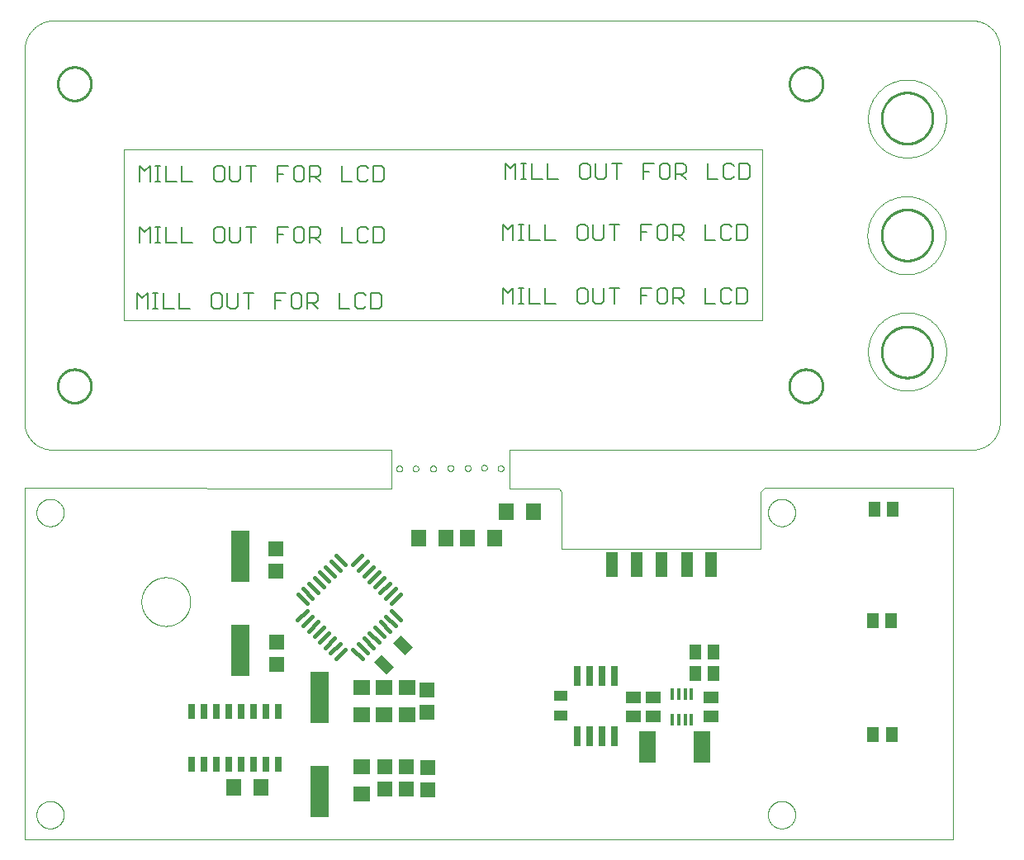
<source format=gtp>
G75*
%MOIN*%
%OFA0B0*%
%FSLAX25Y25*%
%IPPOS*%
%LPD*%
%AMOC8*
5,1,8,0,0,1.08239X$1,22.5*
%
%ADD10C,0.00000*%
%ADD11C,0.01000*%
%ADD12C,0.00004*%
%ADD13C,0.00600*%
%ADD14R,0.05512X0.04331*%
%ADD15R,0.02600X0.08000*%
%ADD16R,0.07600X0.21000*%
%ADD17R,0.07087X0.06299*%
%ADD18R,0.02500X0.06000*%
%ADD19R,0.06299X0.07087*%
%ADD20C,0.01700*%
%ADD21R,0.06000X0.06000*%
%ADD22R,0.04400X0.07000*%
%ADD23R,0.01575X0.04724*%
%ADD24R,0.05906X0.05118*%
%ADD25R,0.05118X0.05906*%
%ADD26R,0.07087X0.12598*%
%ADD27R,0.05000X0.10000*%
D10*
X0006802Y0006921D02*
X0006802Y0148882D01*
X0154932Y0148654D01*
X0156901Y0156724D02*
X0156903Y0156793D01*
X0156909Y0156861D01*
X0156919Y0156929D01*
X0156933Y0156996D01*
X0156951Y0157063D01*
X0156972Y0157128D01*
X0156998Y0157192D01*
X0157027Y0157254D01*
X0157059Y0157314D01*
X0157095Y0157373D01*
X0157135Y0157429D01*
X0157177Y0157483D01*
X0157223Y0157534D01*
X0157272Y0157583D01*
X0157323Y0157629D01*
X0157377Y0157671D01*
X0157433Y0157711D01*
X0157491Y0157747D01*
X0157552Y0157779D01*
X0157614Y0157808D01*
X0157678Y0157834D01*
X0157743Y0157855D01*
X0157810Y0157873D01*
X0157877Y0157887D01*
X0157945Y0157897D01*
X0158013Y0157903D01*
X0158082Y0157905D01*
X0158151Y0157903D01*
X0158219Y0157897D01*
X0158287Y0157887D01*
X0158354Y0157873D01*
X0158421Y0157855D01*
X0158486Y0157834D01*
X0158550Y0157808D01*
X0158612Y0157779D01*
X0158672Y0157747D01*
X0158731Y0157711D01*
X0158787Y0157671D01*
X0158841Y0157629D01*
X0158892Y0157583D01*
X0158941Y0157534D01*
X0158987Y0157483D01*
X0159029Y0157429D01*
X0159069Y0157373D01*
X0159105Y0157314D01*
X0159137Y0157254D01*
X0159166Y0157192D01*
X0159192Y0157128D01*
X0159213Y0157063D01*
X0159231Y0156996D01*
X0159245Y0156929D01*
X0159255Y0156861D01*
X0159261Y0156793D01*
X0159263Y0156724D01*
X0159261Y0156655D01*
X0159255Y0156587D01*
X0159245Y0156519D01*
X0159231Y0156452D01*
X0159213Y0156385D01*
X0159192Y0156320D01*
X0159166Y0156256D01*
X0159137Y0156194D01*
X0159105Y0156133D01*
X0159069Y0156075D01*
X0159029Y0156019D01*
X0158987Y0155965D01*
X0158941Y0155914D01*
X0158892Y0155865D01*
X0158841Y0155819D01*
X0158787Y0155777D01*
X0158731Y0155737D01*
X0158673Y0155701D01*
X0158612Y0155669D01*
X0158550Y0155640D01*
X0158486Y0155614D01*
X0158421Y0155593D01*
X0158354Y0155575D01*
X0158287Y0155561D01*
X0158219Y0155551D01*
X0158151Y0155545D01*
X0158082Y0155543D01*
X0158013Y0155545D01*
X0157945Y0155551D01*
X0157877Y0155561D01*
X0157810Y0155575D01*
X0157743Y0155593D01*
X0157678Y0155614D01*
X0157614Y0155640D01*
X0157552Y0155669D01*
X0157491Y0155701D01*
X0157433Y0155737D01*
X0157377Y0155777D01*
X0157323Y0155819D01*
X0157272Y0155865D01*
X0157223Y0155914D01*
X0157177Y0155965D01*
X0157135Y0156019D01*
X0157095Y0156075D01*
X0157059Y0156133D01*
X0157027Y0156194D01*
X0156998Y0156256D01*
X0156972Y0156320D01*
X0156951Y0156385D01*
X0156933Y0156452D01*
X0156919Y0156519D01*
X0156909Y0156587D01*
X0156903Y0156655D01*
X0156901Y0156724D01*
X0163495Y0156724D02*
X0163497Y0156793D01*
X0163503Y0156861D01*
X0163513Y0156929D01*
X0163527Y0156996D01*
X0163545Y0157063D01*
X0163566Y0157128D01*
X0163592Y0157192D01*
X0163621Y0157254D01*
X0163653Y0157314D01*
X0163689Y0157373D01*
X0163729Y0157429D01*
X0163771Y0157483D01*
X0163817Y0157534D01*
X0163866Y0157583D01*
X0163917Y0157629D01*
X0163971Y0157671D01*
X0164027Y0157711D01*
X0164085Y0157747D01*
X0164146Y0157779D01*
X0164208Y0157808D01*
X0164272Y0157834D01*
X0164337Y0157855D01*
X0164404Y0157873D01*
X0164471Y0157887D01*
X0164539Y0157897D01*
X0164607Y0157903D01*
X0164676Y0157905D01*
X0164745Y0157903D01*
X0164813Y0157897D01*
X0164881Y0157887D01*
X0164948Y0157873D01*
X0165015Y0157855D01*
X0165080Y0157834D01*
X0165144Y0157808D01*
X0165206Y0157779D01*
X0165266Y0157747D01*
X0165325Y0157711D01*
X0165381Y0157671D01*
X0165435Y0157629D01*
X0165486Y0157583D01*
X0165535Y0157534D01*
X0165581Y0157483D01*
X0165623Y0157429D01*
X0165663Y0157373D01*
X0165699Y0157314D01*
X0165731Y0157254D01*
X0165760Y0157192D01*
X0165786Y0157128D01*
X0165807Y0157063D01*
X0165825Y0156996D01*
X0165839Y0156929D01*
X0165849Y0156861D01*
X0165855Y0156793D01*
X0165857Y0156724D01*
X0165855Y0156655D01*
X0165849Y0156587D01*
X0165839Y0156519D01*
X0165825Y0156452D01*
X0165807Y0156385D01*
X0165786Y0156320D01*
X0165760Y0156256D01*
X0165731Y0156194D01*
X0165699Y0156133D01*
X0165663Y0156075D01*
X0165623Y0156019D01*
X0165581Y0155965D01*
X0165535Y0155914D01*
X0165486Y0155865D01*
X0165435Y0155819D01*
X0165381Y0155777D01*
X0165325Y0155737D01*
X0165267Y0155701D01*
X0165206Y0155669D01*
X0165144Y0155640D01*
X0165080Y0155614D01*
X0165015Y0155593D01*
X0164948Y0155575D01*
X0164881Y0155561D01*
X0164813Y0155551D01*
X0164745Y0155545D01*
X0164676Y0155543D01*
X0164607Y0155545D01*
X0164539Y0155551D01*
X0164471Y0155561D01*
X0164404Y0155575D01*
X0164337Y0155593D01*
X0164272Y0155614D01*
X0164208Y0155640D01*
X0164146Y0155669D01*
X0164085Y0155701D01*
X0164027Y0155737D01*
X0163971Y0155777D01*
X0163917Y0155819D01*
X0163866Y0155865D01*
X0163817Y0155914D01*
X0163771Y0155965D01*
X0163729Y0156019D01*
X0163689Y0156075D01*
X0163653Y0156133D01*
X0163621Y0156194D01*
X0163592Y0156256D01*
X0163566Y0156320D01*
X0163545Y0156385D01*
X0163527Y0156452D01*
X0163513Y0156519D01*
X0163503Y0156587D01*
X0163497Y0156655D01*
X0163495Y0156724D01*
X0170582Y0156724D02*
X0170584Y0156793D01*
X0170590Y0156861D01*
X0170600Y0156929D01*
X0170614Y0156996D01*
X0170632Y0157063D01*
X0170653Y0157128D01*
X0170679Y0157192D01*
X0170708Y0157254D01*
X0170740Y0157314D01*
X0170776Y0157373D01*
X0170816Y0157429D01*
X0170858Y0157483D01*
X0170904Y0157534D01*
X0170953Y0157583D01*
X0171004Y0157629D01*
X0171058Y0157671D01*
X0171114Y0157711D01*
X0171172Y0157747D01*
X0171233Y0157779D01*
X0171295Y0157808D01*
X0171359Y0157834D01*
X0171424Y0157855D01*
X0171491Y0157873D01*
X0171558Y0157887D01*
X0171626Y0157897D01*
X0171694Y0157903D01*
X0171763Y0157905D01*
X0171832Y0157903D01*
X0171900Y0157897D01*
X0171968Y0157887D01*
X0172035Y0157873D01*
X0172102Y0157855D01*
X0172167Y0157834D01*
X0172231Y0157808D01*
X0172293Y0157779D01*
X0172353Y0157747D01*
X0172412Y0157711D01*
X0172468Y0157671D01*
X0172522Y0157629D01*
X0172573Y0157583D01*
X0172622Y0157534D01*
X0172668Y0157483D01*
X0172710Y0157429D01*
X0172750Y0157373D01*
X0172786Y0157314D01*
X0172818Y0157254D01*
X0172847Y0157192D01*
X0172873Y0157128D01*
X0172894Y0157063D01*
X0172912Y0156996D01*
X0172926Y0156929D01*
X0172936Y0156861D01*
X0172942Y0156793D01*
X0172944Y0156724D01*
X0172942Y0156655D01*
X0172936Y0156587D01*
X0172926Y0156519D01*
X0172912Y0156452D01*
X0172894Y0156385D01*
X0172873Y0156320D01*
X0172847Y0156256D01*
X0172818Y0156194D01*
X0172786Y0156133D01*
X0172750Y0156075D01*
X0172710Y0156019D01*
X0172668Y0155965D01*
X0172622Y0155914D01*
X0172573Y0155865D01*
X0172522Y0155819D01*
X0172468Y0155777D01*
X0172412Y0155737D01*
X0172354Y0155701D01*
X0172293Y0155669D01*
X0172231Y0155640D01*
X0172167Y0155614D01*
X0172102Y0155593D01*
X0172035Y0155575D01*
X0171968Y0155561D01*
X0171900Y0155551D01*
X0171832Y0155545D01*
X0171763Y0155543D01*
X0171694Y0155545D01*
X0171626Y0155551D01*
X0171558Y0155561D01*
X0171491Y0155575D01*
X0171424Y0155593D01*
X0171359Y0155614D01*
X0171295Y0155640D01*
X0171233Y0155669D01*
X0171172Y0155701D01*
X0171114Y0155737D01*
X0171058Y0155777D01*
X0171004Y0155819D01*
X0170953Y0155865D01*
X0170904Y0155914D01*
X0170858Y0155965D01*
X0170816Y0156019D01*
X0170776Y0156075D01*
X0170740Y0156133D01*
X0170708Y0156194D01*
X0170679Y0156256D01*
X0170653Y0156320D01*
X0170632Y0156385D01*
X0170614Y0156452D01*
X0170600Y0156519D01*
X0170590Y0156587D01*
X0170584Y0156655D01*
X0170582Y0156724D01*
X0177570Y0156921D02*
X0177572Y0156990D01*
X0177578Y0157058D01*
X0177588Y0157126D01*
X0177602Y0157193D01*
X0177620Y0157260D01*
X0177641Y0157325D01*
X0177667Y0157389D01*
X0177696Y0157451D01*
X0177728Y0157511D01*
X0177764Y0157570D01*
X0177804Y0157626D01*
X0177846Y0157680D01*
X0177892Y0157731D01*
X0177941Y0157780D01*
X0177992Y0157826D01*
X0178046Y0157868D01*
X0178102Y0157908D01*
X0178160Y0157944D01*
X0178221Y0157976D01*
X0178283Y0158005D01*
X0178347Y0158031D01*
X0178412Y0158052D01*
X0178479Y0158070D01*
X0178546Y0158084D01*
X0178614Y0158094D01*
X0178682Y0158100D01*
X0178751Y0158102D01*
X0178820Y0158100D01*
X0178888Y0158094D01*
X0178956Y0158084D01*
X0179023Y0158070D01*
X0179090Y0158052D01*
X0179155Y0158031D01*
X0179219Y0158005D01*
X0179281Y0157976D01*
X0179341Y0157944D01*
X0179400Y0157908D01*
X0179456Y0157868D01*
X0179510Y0157826D01*
X0179561Y0157780D01*
X0179610Y0157731D01*
X0179656Y0157680D01*
X0179698Y0157626D01*
X0179738Y0157570D01*
X0179774Y0157511D01*
X0179806Y0157451D01*
X0179835Y0157389D01*
X0179861Y0157325D01*
X0179882Y0157260D01*
X0179900Y0157193D01*
X0179914Y0157126D01*
X0179924Y0157058D01*
X0179930Y0156990D01*
X0179932Y0156921D01*
X0179930Y0156852D01*
X0179924Y0156784D01*
X0179914Y0156716D01*
X0179900Y0156649D01*
X0179882Y0156582D01*
X0179861Y0156517D01*
X0179835Y0156453D01*
X0179806Y0156391D01*
X0179774Y0156330D01*
X0179738Y0156272D01*
X0179698Y0156216D01*
X0179656Y0156162D01*
X0179610Y0156111D01*
X0179561Y0156062D01*
X0179510Y0156016D01*
X0179456Y0155974D01*
X0179400Y0155934D01*
X0179342Y0155898D01*
X0179281Y0155866D01*
X0179219Y0155837D01*
X0179155Y0155811D01*
X0179090Y0155790D01*
X0179023Y0155772D01*
X0178956Y0155758D01*
X0178888Y0155748D01*
X0178820Y0155742D01*
X0178751Y0155740D01*
X0178682Y0155742D01*
X0178614Y0155748D01*
X0178546Y0155758D01*
X0178479Y0155772D01*
X0178412Y0155790D01*
X0178347Y0155811D01*
X0178283Y0155837D01*
X0178221Y0155866D01*
X0178160Y0155898D01*
X0178102Y0155934D01*
X0178046Y0155974D01*
X0177992Y0156016D01*
X0177941Y0156062D01*
X0177892Y0156111D01*
X0177846Y0156162D01*
X0177804Y0156216D01*
X0177764Y0156272D01*
X0177728Y0156330D01*
X0177696Y0156391D01*
X0177667Y0156453D01*
X0177641Y0156517D01*
X0177620Y0156582D01*
X0177602Y0156649D01*
X0177588Y0156716D01*
X0177578Y0156784D01*
X0177572Y0156852D01*
X0177570Y0156921D01*
X0184558Y0156921D02*
X0184560Y0156990D01*
X0184566Y0157058D01*
X0184576Y0157126D01*
X0184590Y0157193D01*
X0184608Y0157260D01*
X0184629Y0157325D01*
X0184655Y0157389D01*
X0184684Y0157451D01*
X0184716Y0157511D01*
X0184752Y0157570D01*
X0184792Y0157626D01*
X0184834Y0157680D01*
X0184880Y0157731D01*
X0184929Y0157780D01*
X0184980Y0157826D01*
X0185034Y0157868D01*
X0185090Y0157908D01*
X0185148Y0157944D01*
X0185209Y0157976D01*
X0185271Y0158005D01*
X0185335Y0158031D01*
X0185400Y0158052D01*
X0185467Y0158070D01*
X0185534Y0158084D01*
X0185602Y0158094D01*
X0185670Y0158100D01*
X0185739Y0158102D01*
X0185808Y0158100D01*
X0185876Y0158094D01*
X0185944Y0158084D01*
X0186011Y0158070D01*
X0186078Y0158052D01*
X0186143Y0158031D01*
X0186207Y0158005D01*
X0186269Y0157976D01*
X0186329Y0157944D01*
X0186388Y0157908D01*
X0186444Y0157868D01*
X0186498Y0157826D01*
X0186549Y0157780D01*
X0186598Y0157731D01*
X0186644Y0157680D01*
X0186686Y0157626D01*
X0186726Y0157570D01*
X0186762Y0157511D01*
X0186794Y0157451D01*
X0186823Y0157389D01*
X0186849Y0157325D01*
X0186870Y0157260D01*
X0186888Y0157193D01*
X0186902Y0157126D01*
X0186912Y0157058D01*
X0186918Y0156990D01*
X0186920Y0156921D01*
X0186918Y0156852D01*
X0186912Y0156784D01*
X0186902Y0156716D01*
X0186888Y0156649D01*
X0186870Y0156582D01*
X0186849Y0156517D01*
X0186823Y0156453D01*
X0186794Y0156391D01*
X0186762Y0156330D01*
X0186726Y0156272D01*
X0186686Y0156216D01*
X0186644Y0156162D01*
X0186598Y0156111D01*
X0186549Y0156062D01*
X0186498Y0156016D01*
X0186444Y0155974D01*
X0186388Y0155934D01*
X0186330Y0155898D01*
X0186269Y0155866D01*
X0186207Y0155837D01*
X0186143Y0155811D01*
X0186078Y0155790D01*
X0186011Y0155772D01*
X0185944Y0155758D01*
X0185876Y0155748D01*
X0185808Y0155742D01*
X0185739Y0155740D01*
X0185670Y0155742D01*
X0185602Y0155748D01*
X0185534Y0155758D01*
X0185467Y0155772D01*
X0185400Y0155790D01*
X0185335Y0155811D01*
X0185271Y0155837D01*
X0185209Y0155866D01*
X0185148Y0155898D01*
X0185090Y0155934D01*
X0185034Y0155974D01*
X0184980Y0156016D01*
X0184929Y0156062D01*
X0184880Y0156111D01*
X0184834Y0156162D01*
X0184792Y0156216D01*
X0184752Y0156272D01*
X0184716Y0156330D01*
X0184684Y0156391D01*
X0184655Y0156453D01*
X0184629Y0156517D01*
X0184608Y0156582D01*
X0184590Y0156649D01*
X0184576Y0156716D01*
X0184566Y0156784D01*
X0184560Y0156852D01*
X0184558Y0156921D01*
X0191153Y0157020D02*
X0191155Y0157089D01*
X0191161Y0157157D01*
X0191171Y0157225D01*
X0191185Y0157292D01*
X0191203Y0157359D01*
X0191224Y0157424D01*
X0191250Y0157488D01*
X0191279Y0157550D01*
X0191311Y0157610D01*
X0191347Y0157669D01*
X0191387Y0157725D01*
X0191429Y0157779D01*
X0191475Y0157830D01*
X0191524Y0157879D01*
X0191575Y0157925D01*
X0191629Y0157967D01*
X0191685Y0158007D01*
X0191743Y0158043D01*
X0191804Y0158075D01*
X0191866Y0158104D01*
X0191930Y0158130D01*
X0191995Y0158151D01*
X0192062Y0158169D01*
X0192129Y0158183D01*
X0192197Y0158193D01*
X0192265Y0158199D01*
X0192334Y0158201D01*
X0192403Y0158199D01*
X0192471Y0158193D01*
X0192539Y0158183D01*
X0192606Y0158169D01*
X0192673Y0158151D01*
X0192738Y0158130D01*
X0192802Y0158104D01*
X0192864Y0158075D01*
X0192924Y0158043D01*
X0192983Y0158007D01*
X0193039Y0157967D01*
X0193093Y0157925D01*
X0193144Y0157879D01*
X0193193Y0157830D01*
X0193239Y0157779D01*
X0193281Y0157725D01*
X0193321Y0157669D01*
X0193357Y0157610D01*
X0193389Y0157550D01*
X0193418Y0157488D01*
X0193444Y0157424D01*
X0193465Y0157359D01*
X0193483Y0157292D01*
X0193497Y0157225D01*
X0193507Y0157157D01*
X0193513Y0157089D01*
X0193515Y0157020D01*
X0193513Y0156951D01*
X0193507Y0156883D01*
X0193497Y0156815D01*
X0193483Y0156748D01*
X0193465Y0156681D01*
X0193444Y0156616D01*
X0193418Y0156552D01*
X0193389Y0156490D01*
X0193357Y0156429D01*
X0193321Y0156371D01*
X0193281Y0156315D01*
X0193239Y0156261D01*
X0193193Y0156210D01*
X0193144Y0156161D01*
X0193093Y0156115D01*
X0193039Y0156073D01*
X0192983Y0156033D01*
X0192925Y0155997D01*
X0192864Y0155965D01*
X0192802Y0155936D01*
X0192738Y0155910D01*
X0192673Y0155889D01*
X0192606Y0155871D01*
X0192539Y0155857D01*
X0192471Y0155847D01*
X0192403Y0155841D01*
X0192334Y0155839D01*
X0192265Y0155841D01*
X0192197Y0155847D01*
X0192129Y0155857D01*
X0192062Y0155871D01*
X0191995Y0155889D01*
X0191930Y0155910D01*
X0191866Y0155936D01*
X0191804Y0155965D01*
X0191743Y0155997D01*
X0191685Y0156033D01*
X0191629Y0156073D01*
X0191575Y0156115D01*
X0191524Y0156161D01*
X0191475Y0156210D01*
X0191429Y0156261D01*
X0191387Y0156315D01*
X0191347Y0156371D01*
X0191311Y0156429D01*
X0191279Y0156490D01*
X0191250Y0156552D01*
X0191224Y0156616D01*
X0191203Y0156681D01*
X0191185Y0156748D01*
X0191171Y0156815D01*
X0191161Y0156883D01*
X0191155Y0156951D01*
X0191153Y0157020D01*
X0197846Y0156823D02*
X0197848Y0156892D01*
X0197854Y0156960D01*
X0197864Y0157028D01*
X0197878Y0157095D01*
X0197896Y0157162D01*
X0197917Y0157227D01*
X0197943Y0157291D01*
X0197972Y0157353D01*
X0198004Y0157413D01*
X0198040Y0157472D01*
X0198080Y0157528D01*
X0198122Y0157582D01*
X0198168Y0157633D01*
X0198217Y0157682D01*
X0198268Y0157728D01*
X0198322Y0157770D01*
X0198378Y0157810D01*
X0198436Y0157846D01*
X0198497Y0157878D01*
X0198559Y0157907D01*
X0198623Y0157933D01*
X0198688Y0157954D01*
X0198755Y0157972D01*
X0198822Y0157986D01*
X0198890Y0157996D01*
X0198958Y0158002D01*
X0199027Y0158004D01*
X0199096Y0158002D01*
X0199164Y0157996D01*
X0199232Y0157986D01*
X0199299Y0157972D01*
X0199366Y0157954D01*
X0199431Y0157933D01*
X0199495Y0157907D01*
X0199557Y0157878D01*
X0199617Y0157846D01*
X0199676Y0157810D01*
X0199732Y0157770D01*
X0199786Y0157728D01*
X0199837Y0157682D01*
X0199886Y0157633D01*
X0199932Y0157582D01*
X0199974Y0157528D01*
X0200014Y0157472D01*
X0200050Y0157413D01*
X0200082Y0157353D01*
X0200111Y0157291D01*
X0200137Y0157227D01*
X0200158Y0157162D01*
X0200176Y0157095D01*
X0200190Y0157028D01*
X0200200Y0156960D01*
X0200206Y0156892D01*
X0200208Y0156823D01*
X0200206Y0156754D01*
X0200200Y0156686D01*
X0200190Y0156618D01*
X0200176Y0156551D01*
X0200158Y0156484D01*
X0200137Y0156419D01*
X0200111Y0156355D01*
X0200082Y0156293D01*
X0200050Y0156232D01*
X0200014Y0156174D01*
X0199974Y0156118D01*
X0199932Y0156064D01*
X0199886Y0156013D01*
X0199837Y0155964D01*
X0199786Y0155918D01*
X0199732Y0155876D01*
X0199676Y0155836D01*
X0199618Y0155800D01*
X0199557Y0155768D01*
X0199495Y0155739D01*
X0199431Y0155713D01*
X0199366Y0155692D01*
X0199299Y0155674D01*
X0199232Y0155660D01*
X0199164Y0155650D01*
X0199096Y0155644D01*
X0199027Y0155642D01*
X0198958Y0155644D01*
X0198890Y0155650D01*
X0198822Y0155660D01*
X0198755Y0155674D01*
X0198688Y0155692D01*
X0198623Y0155713D01*
X0198559Y0155739D01*
X0198497Y0155768D01*
X0198436Y0155800D01*
X0198378Y0155836D01*
X0198322Y0155876D01*
X0198268Y0155918D01*
X0198217Y0155964D01*
X0198168Y0156013D01*
X0198122Y0156064D01*
X0198080Y0156118D01*
X0198040Y0156174D01*
X0198004Y0156232D01*
X0197972Y0156293D01*
X0197943Y0156355D01*
X0197917Y0156419D01*
X0197896Y0156484D01*
X0197878Y0156551D01*
X0197864Y0156618D01*
X0197854Y0156686D01*
X0197848Y0156754D01*
X0197846Y0156823D01*
X0202570Y0148654D02*
X0222550Y0148654D01*
X0223731Y0147472D01*
X0223731Y0124244D01*
X0304046Y0124244D01*
X0304046Y0147472D01*
X0305456Y0148882D01*
X0381503Y0148882D01*
X0381503Y0006921D01*
X0006802Y0006921D01*
X0011652Y0016898D02*
X0011654Y0017046D01*
X0011660Y0017194D01*
X0011670Y0017342D01*
X0011684Y0017489D01*
X0011702Y0017636D01*
X0011723Y0017782D01*
X0011749Y0017928D01*
X0011779Y0018073D01*
X0011812Y0018217D01*
X0011850Y0018360D01*
X0011891Y0018502D01*
X0011936Y0018643D01*
X0011984Y0018783D01*
X0012037Y0018922D01*
X0012093Y0019059D01*
X0012153Y0019194D01*
X0012216Y0019328D01*
X0012283Y0019460D01*
X0012354Y0019590D01*
X0012428Y0019718D01*
X0012505Y0019844D01*
X0012586Y0019968D01*
X0012670Y0020090D01*
X0012757Y0020209D01*
X0012848Y0020326D01*
X0012942Y0020441D01*
X0013038Y0020553D01*
X0013138Y0020663D01*
X0013240Y0020769D01*
X0013346Y0020873D01*
X0013454Y0020974D01*
X0013565Y0021072D01*
X0013678Y0021168D01*
X0013794Y0021260D01*
X0013912Y0021349D01*
X0014033Y0021434D01*
X0014156Y0021517D01*
X0014281Y0021596D01*
X0014408Y0021672D01*
X0014537Y0021744D01*
X0014668Y0021813D01*
X0014801Y0021878D01*
X0014936Y0021939D01*
X0015072Y0021997D01*
X0015209Y0022052D01*
X0015348Y0022102D01*
X0015489Y0022149D01*
X0015630Y0022192D01*
X0015773Y0022232D01*
X0015917Y0022267D01*
X0016061Y0022299D01*
X0016207Y0022326D01*
X0016353Y0022350D01*
X0016500Y0022370D01*
X0016647Y0022386D01*
X0016794Y0022398D01*
X0016942Y0022406D01*
X0017090Y0022410D01*
X0017238Y0022410D01*
X0017386Y0022406D01*
X0017534Y0022398D01*
X0017681Y0022386D01*
X0017828Y0022370D01*
X0017975Y0022350D01*
X0018121Y0022326D01*
X0018267Y0022299D01*
X0018411Y0022267D01*
X0018555Y0022232D01*
X0018698Y0022192D01*
X0018839Y0022149D01*
X0018980Y0022102D01*
X0019119Y0022052D01*
X0019256Y0021997D01*
X0019392Y0021939D01*
X0019527Y0021878D01*
X0019660Y0021813D01*
X0019791Y0021744D01*
X0019920Y0021672D01*
X0020047Y0021596D01*
X0020172Y0021517D01*
X0020295Y0021434D01*
X0020416Y0021349D01*
X0020534Y0021260D01*
X0020650Y0021168D01*
X0020763Y0021072D01*
X0020874Y0020974D01*
X0020982Y0020873D01*
X0021088Y0020769D01*
X0021190Y0020663D01*
X0021290Y0020553D01*
X0021386Y0020441D01*
X0021480Y0020326D01*
X0021571Y0020209D01*
X0021658Y0020090D01*
X0021742Y0019968D01*
X0021823Y0019844D01*
X0021900Y0019718D01*
X0021974Y0019590D01*
X0022045Y0019460D01*
X0022112Y0019328D01*
X0022175Y0019194D01*
X0022235Y0019059D01*
X0022291Y0018922D01*
X0022344Y0018783D01*
X0022392Y0018643D01*
X0022437Y0018502D01*
X0022478Y0018360D01*
X0022516Y0018217D01*
X0022549Y0018073D01*
X0022579Y0017928D01*
X0022605Y0017782D01*
X0022626Y0017636D01*
X0022644Y0017489D01*
X0022658Y0017342D01*
X0022668Y0017194D01*
X0022674Y0017046D01*
X0022676Y0016898D01*
X0022674Y0016750D01*
X0022668Y0016602D01*
X0022658Y0016454D01*
X0022644Y0016307D01*
X0022626Y0016160D01*
X0022605Y0016014D01*
X0022579Y0015868D01*
X0022549Y0015723D01*
X0022516Y0015579D01*
X0022478Y0015436D01*
X0022437Y0015294D01*
X0022392Y0015153D01*
X0022344Y0015013D01*
X0022291Y0014874D01*
X0022235Y0014737D01*
X0022175Y0014602D01*
X0022112Y0014468D01*
X0022045Y0014336D01*
X0021974Y0014206D01*
X0021900Y0014078D01*
X0021823Y0013952D01*
X0021742Y0013828D01*
X0021658Y0013706D01*
X0021571Y0013587D01*
X0021480Y0013470D01*
X0021386Y0013355D01*
X0021290Y0013243D01*
X0021190Y0013133D01*
X0021088Y0013027D01*
X0020982Y0012923D01*
X0020874Y0012822D01*
X0020763Y0012724D01*
X0020650Y0012628D01*
X0020534Y0012536D01*
X0020416Y0012447D01*
X0020295Y0012362D01*
X0020172Y0012279D01*
X0020047Y0012200D01*
X0019920Y0012124D01*
X0019791Y0012052D01*
X0019660Y0011983D01*
X0019527Y0011918D01*
X0019392Y0011857D01*
X0019256Y0011799D01*
X0019119Y0011744D01*
X0018980Y0011694D01*
X0018839Y0011647D01*
X0018698Y0011604D01*
X0018555Y0011564D01*
X0018411Y0011529D01*
X0018267Y0011497D01*
X0018121Y0011470D01*
X0017975Y0011446D01*
X0017828Y0011426D01*
X0017681Y0011410D01*
X0017534Y0011398D01*
X0017386Y0011390D01*
X0017238Y0011386D01*
X0017090Y0011386D01*
X0016942Y0011390D01*
X0016794Y0011398D01*
X0016647Y0011410D01*
X0016500Y0011426D01*
X0016353Y0011446D01*
X0016207Y0011470D01*
X0016061Y0011497D01*
X0015917Y0011529D01*
X0015773Y0011564D01*
X0015630Y0011604D01*
X0015489Y0011647D01*
X0015348Y0011694D01*
X0015209Y0011744D01*
X0015072Y0011799D01*
X0014936Y0011857D01*
X0014801Y0011918D01*
X0014668Y0011983D01*
X0014537Y0012052D01*
X0014408Y0012124D01*
X0014281Y0012200D01*
X0014156Y0012279D01*
X0014033Y0012362D01*
X0013912Y0012447D01*
X0013794Y0012536D01*
X0013678Y0012628D01*
X0013565Y0012724D01*
X0013454Y0012822D01*
X0013346Y0012923D01*
X0013240Y0013027D01*
X0013138Y0013133D01*
X0013038Y0013243D01*
X0012942Y0013355D01*
X0012848Y0013470D01*
X0012757Y0013587D01*
X0012670Y0013706D01*
X0012586Y0013828D01*
X0012505Y0013952D01*
X0012428Y0014078D01*
X0012354Y0014206D01*
X0012283Y0014336D01*
X0012216Y0014468D01*
X0012153Y0014602D01*
X0012093Y0014737D01*
X0012037Y0014874D01*
X0011984Y0015013D01*
X0011936Y0015153D01*
X0011891Y0015294D01*
X0011850Y0015436D01*
X0011812Y0015579D01*
X0011779Y0015723D01*
X0011749Y0015868D01*
X0011723Y0016014D01*
X0011702Y0016160D01*
X0011684Y0016307D01*
X0011670Y0016454D01*
X0011660Y0016602D01*
X0011654Y0016750D01*
X0011652Y0016898D01*
X0054046Y0102984D02*
X0054049Y0103226D01*
X0054058Y0103467D01*
X0054073Y0103708D01*
X0054093Y0103949D01*
X0054120Y0104189D01*
X0054153Y0104428D01*
X0054191Y0104667D01*
X0054235Y0104904D01*
X0054285Y0105141D01*
X0054341Y0105376D01*
X0054403Y0105609D01*
X0054470Y0105841D01*
X0054543Y0106072D01*
X0054621Y0106300D01*
X0054706Y0106526D01*
X0054795Y0106751D01*
X0054890Y0106973D01*
X0054991Y0107192D01*
X0055097Y0107410D01*
X0055208Y0107624D01*
X0055325Y0107836D01*
X0055446Y0108044D01*
X0055573Y0108250D01*
X0055705Y0108452D01*
X0055842Y0108652D01*
X0055983Y0108847D01*
X0056129Y0109040D01*
X0056280Y0109228D01*
X0056436Y0109413D01*
X0056596Y0109594D01*
X0056760Y0109771D01*
X0056929Y0109944D01*
X0057102Y0110113D01*
X0057279Y0110277D01*
X0057460Y0110437D01*
X0057645Y0110593D01*
X0057833Y0110744D01*
X0058026Y0110890D01*
X0058221Y0111031D01*
X0058421Y0111168D01*
X0058623Y0111300D01*
X0058829Y0111427D01*
X0059037Y0111548D01*
X0059249Y0111665D01*
X0059463Y0111776D01*
X0059681Y0111882D01*
X0059900Y0111983D01*
X0060122Y0112078D01*
X0060347Y0112167D01*
X0060573Y0112252D01*
X0060801Y0112330D01*
X0061032Y0112403D01*
X0061264Y0112470D01*
X0061497Y0112532D01*
X0061732Y0112588D01*
X0061969Y0112638D01*
X0062206Y0112682D01*
X0062445Y0112720D01*
X0062684Y0112753D01*
X0062924Y0112780D01*
X0063165Y0112800D01*
X0063406Y0112815D01*
X0063647Y0112824D01*
X0063889Y0112827D01*
X0064131Y0112824D01*
X0064372Y0112815D01*
X0064613Y0112800D01*
X0064854Y0112780D01*
X0065094Y0112753D01*
X0065333Y0112720D01*
X0065572Y0112682D01*
X0065809Y0112638D01*
X0066046Y0112588D01*
X0066281Y0112532D01*
X0066514Y0112470D01*
X0066746Y0112403D01*
X0066977Y0112330D01*
X0067205Y0112252D01*
X0067431Y0112167D01*
X0067656Y0112078D01*
X0067878Y0111983D01*
X0068097Y0111882D01*
X0068315Y0111776D01*
X0068529Y0111665D01*
X0068741Y0111548D01*
X0068949Y0111427D01*
X0069155Y0111300D01*
X0069357Y0111168D01*
X0069557Y0111031D01*
X0069752Y0110890D01*
X0069945Y0110744D01*
X0070133Y0110593D01*
X0070318Y0110437D01*
X0070499Y0110277D01*
X0070676Y0110113D01*
X0070849Y0109944D01*
X0071018Y0109771D01*
X0071182Y0109594D01*
X0071342Y0109413D01*
X0071498Y0109228D01*
X0071649Y0109040D01*
X0071795Y0108847D01*
X0071936Y0108652D01*
X0072073Y0108452D01*
X0072205Y0108250D01*
X0072332Y0108044D01*
X0072453Y0107836D01*
X0072570Y0107624D01*
X0072681Y0107410D01*
X0072787Y0107192D01*
X0072888Y0106973D01*
X0072983Y0106751D01*
X0073072Y0106526D01*
X0073157Y0106300D01*
X0073235Y0106072D01*
X0073308Y0105841D01*
X0073375Y0105609D01*
X0073437Y0105376D01*
X0073493Y0105141D01*
X0073543Y0104904D01*
X0073587Y0104667D01*
X0073625Y0104428D01*
X0073658Y0104189D01*
X0073685Y0103949D01*
X0073705Y0103708D01*
X0073720Y0103467D01*
X0073729Y0103226D01*
X0073732Y0102984D01*
X0073729Y0102742D01*
X0073720Y0102501D01*
X0073705Y0102260D01*
X0073685Y0102019D01*
X0073658Y0101779D01*
X0073625Y0101540D01*
X0073587Y0101301D01*
X0073543Y0101064D01*
X0073493Y0100827D01*
X0073437Y0100592D01*
X0073375Y0100359D01*
X0073308Y0100127D01*
X0073235Y0099896D01*
X0073157Y0099668D01*
X0073072Y0099442D01*
X0072983Y0099217D01*
X0072888Y0098995D01*
X0072787Y0098776D01*
X0072681Y0098558D01*
X0072570Y0098344D01*
X0072453Y0098132D01*
X0072332Y0097924D01*
X0072205Y0097718D01*
X0072073Y0097516D01*
X0071936Y0097316D01*
X0071795Y0097121D01*
X0071649Y0096928D01*
X0071498Y0096740D01*
X0071342Y0096555D01*
X0071182Y0096374D01*
X0071018Y0096197D01*
X0070849Y0096024D01*
X0070676Y0095855D01*
X0070499Y0095691D01*
X0070318Y0095531D01*
X0070133Y0095375D01*
X0069945Y0095224D01*
X0069752Y0095078D01*
X0069557Y0094937D01*
X0069357Y0094800D01*
X0069155Y0094668D01*
X0068949Y0094541D01*
X0068741Y0094420D01*
X0068529Y0094303D01*
X0068315Y0094192D01*
X0068097Y0094086D01*
X0067878Y0093985D01*
X0067656Y0093890D01*
X0067431Y0093801D01*
X0067205Y0093716D01*
X0066977Y0093638D01*
X0066746Y0093565D01*
X0066514Y0093498D01*
X0066281Y0093436D01*
X0066046Y0093380D01*
X0065809Y0093330D01*
X0065572Y0093286D01*
X0065333Y0093248D01*
X0065094Y0093215D01*
X0064854Y0093188D01*
X0064613Y0093168D01*
X0064372Y0093153D01*
X0064131Y0093144D01*
X0063889Y0093141D01*
X0063647Y0093144D01*
X0063406Y0093153D01*
X0063165Y0093168D01*
X0062924Y0093188D01*
X0062684Y0093215D01*
X0062445Y0093248D01*
X0062206Y0093286D01*
X0061969Y0093330D01*
X0061732Y0093380D01*
X0061497Y0093436D01*
X0061264Y0093498D01*
X0061032Y0093565D01*
X0060801Y0093638D01*
X0060573Y0093716D01*
X0060347Y0093801D01*
X0060122Y0093890D01*
X0059900Y0093985D01*
X0059681Y0094086D01*
X0059463Y0094192D01*
X0059249Y0094303D01*
X0059037Y0094420D01*
X0058829Y0094541D01*
X0058623Y0094668D01*
X0058421Y0094800D01*
X0058221Y0094937D01*
X0058026Y0095078D01*
X0057833Y0095224D01*
X0057645Y0095375D01*
X0057460Y0095531D01*
X0057279Y0095691D01*
X0057102Y0095855D01*
X0056929Y0096024D01*
X0056760Y0096197D01*
X0056596Y0096374D01*
X0056436Y0096555D01*
X0056280Y0096740D01*
X0056129Y0096928D01*
X0055983Y0097121D01*
X0055842Y0097316D01*
X0055705Y0097516D01*
X0055573Y0097718D01*
X0055446Y0097924D01*
X0055325Y0098132D01*
X0055208Y0098344D01*
X0055097Y0098558D01*
X0054991Y0098776D01*
X0054890Y0098995D01*
X0054795Y0099217D01*
X0054706Y0099442D01*
X0054621Y0099668D01*
X0054543Y0099896D01*
X0054470Y0100127D01*
X0054403Y0100359D01*
X0054341Y0100592D01*
X0054285Y0100827D01*
X0054235Y0101064D01*
X0054191Y0101301D01*
X0054153Y0101540D01*
X0054120Y0101779D01*
X0054093Y0102019D01*
X0054073Y0102260D01*
X0054058Y0102501D01*
X0054049Y0102742D01*
X0054046Y0102984D01*
X0011652Y0138945D02*
X0011654Y0139093D01*
X0011660Y0139241D01*
X0011670Y0139389D01*
X0011684Y0139536D01*
X0011702Y0139683D01*
X0011723Y0139829D01*
X0011749Y0139975D01*
X0011779Y0140120D01*
X0011812Y0140264D01*
X0011850Y0140407D01*
X0011891Y0140549D01*
X0011936Y0140690D01*
X0011984Y0140830D01*
X0012037Y0140969D01*
X0012093Y0141106D01*
X0012153Y0141241D01*
X0012216Y0141375D01*
X0012283Y0141507D01*
X0012354Y0141637D01*
X0012428Y0141765D01*
X0012505Y0141891D01*
X0012586Y0142015D01*
X0012670Y0142137D01*
X0012757Y0142256D01*
X0012848Y0142373D01*
X0012942Y0142488D01*
X0013038Y0142600D01*
X0013138Y0142710D01*
X0013240Y0142816D01*
X0013346Y0142920D01*
X0013454Y0143021D01*
X0013565Y0143119D01*
X0013678Y0143215D01*
X0013794Y0143307D01*
X0013912Y0143396D01*
X0014033Y0143481D01*
X0014156Y0143564D01*
X0014281Y0143643D01*
X0014408Y0143719D01*
X0014537Y0143791D01*
X0014668Y0143860D01*
X0014801Y0143925D01*
X0014936Y0143986D01*
X0015072Y0144044D01*
X0015209Y0144099D01*
X0015348Y0144149D01*
X0015489Y0144196D01*
X0015630Y0144239D01*
X0015773Y0144279D01*
X0015917Y0144314D01*
X0016061Y0144346D01*
X0016207Y0144373D01*
X0016353Y0144397D01*
X0016500Y0144417D01*
X0016647Y0144433D01*
X0016794Y0144445D01*
X0016942Y0144453D01*
X0017090Y0144457D01*
X0017238Y0144457D01*
X0017386Y0144453D01*
X0017534Y0144445D01*
X0017681Y0144433D01*
X0017828Y0144417D01*
X0017975Y0144397D01*
X0018121Y0144373D01*
X0018267Y0144346D01*
X0018411Y0144314D01*
X0018555Y0144279D01*
X0018698Y0144239D01*
X0018839Y0144196D01*
X0018980Y0144149D01*
X0019119Y0144099D01*
X0019256Y0144044D01*
X0019392Y0143986D01*
X0019527Y0143925D01*
X0019660Y0143860D01*
X0019791Y0143791D01*
X0019920Y0143719D01*
X0020047Y0143643D01*
X0020172Y0143564D01*
X0020295Y0143481D01*
X0020416Y0143396D01*
X0020534Y0143307D01*
X0020650Y0143215D01*
X0020763Y0143119D01*
X0020874Y0143021D01*
X0020982Y0142920D01*
X0021088Y0142816D01*
X0021190Y0142710D01*
X0021290Y0142600D01*
X0021386Y0142488D01*
X0021480Y0142373D01*
X0021571Y0142256D01*
X0021658Y0142137D01*
X0021742Y0142015D01*
X0021823Y0141891D01*
X0021900Y0141765D01*
X0021974Y0141637D01*
X0022045Y0141507D01*
X0022112Y0141375D01*
X0022175Y0141241D01*
X0022235Y0141106D01*
X0022291Y0140969D01*
X0022344Y0140830D01*
X0022392Y0140690D01*
X0022437Y0140549D01*
X0022478Y0140407D01*
X0022516Y0140264D01*
X0022549Y0140120D01*
X0022579Y0139975D01*
X0022605Y0139829D01*
X0022626Y0139683D01*
X0022644Y0139536D01*
X0022658Y0139389D01*
X0022668Y0139241D01*
X0022674Y0139093D01*
X0022676Y0138945D01*
X0022674Y0138797D01*
X0022668Y0138649D01*
X0022658Y0138501D01*
X0022644Y0138354D01*
X0022626Y0138207D01*
X0022605Y0138061D01*
X0022579Y0137915D01*
X0022549Y0137770D01*
X0022516Y0137626D01*
X0022478Y0137483D01*
X0022437Y0137341D01*
X0022392Y0137200D01*
X0022344Y0137060D01*
X0022291Y0136921D01*
X0022235Y0136784D01*
X0022175Y0136649D01*
X0022112Y0136515D01*
X0022045Y0136383D01*
X0021974Y0136253D01*
X0021900Y0136125D01*
X0021823Y0135999D01*
X0021742Y0135875D01*
X0021658Y0135753D01*
X0021571Y0135634D01*
X0021480Y0135517D01*
X0021386Y0135402D01*
X0021290Y0135290D01*
X0021190Y0135180D01*
X0021088Y0135074D01*
X0020982Y0134970D01*
X0020874Y0134869D01*
X0020763Y0134771D01*
X0020650Y0134675D01*
X0020534Y0134583D01*
X0020416Y0134494D01*
X0020295Y0134409D01*
X0020172Y0134326D01*
X0020047Y0134247D01*
X0019920Y0134171D01*
X0019791Y0134099D01*
X0019660Y0134030D01*
X0019527Y0133965D01*
X0019392Y0133904D01*
X0019256Y0133846D01*
X0019119Y0133791D01*
X0018980Y0133741D01*
X0018839Y0133694D01*
X0018698Y0133651D01*
X0018555Y0133611D01*
X0018411Y0133576D01*
X0018267Y0133544D01*
X0018121Y0133517D01*
X0017975Y0133493D01*
X0017828Y0133473D01*
X0017681Y0133457D01*
X0017534Y0133445D01*
X0017386Y0133437D01*
X0017238Y0133433D01*
X0017090Y0133433D01*
X0016942Y0133437D01*
X0016794Y0133445D01*
X0016647Y0133457D01*
X0016500Y0133473D01*
X0016353Y0133493D01*
X0016207Y0133517D01*
X0016061Y0133544D01*
X0015917Y0133576D01*
X0015773Y0133611D01*
X0015630Y0133651D01*
X0015489Y0133694D01*
X0015348Y0133741D01*
X0015209Y0133791D01*
X0015072Y0133846D01*
X0014936Y0133904D01*
X0014801Y0133965D01*
X0014668Y0134030D01*
X0014537Y0134099D01*
X0014408Y0134171D01*
X0014281Y0134247D01*
X0014156Y0134326D01*
X0014033Y0134409D01*
X0013912Y0134494D01*
X0013794Y0134583D01*
X0013678Y0134675D01*
X0013565Y0134771D01*
X0013454Y0134869D01*
X0013346Y0134970D01*
X0013240Y0135074D01*
X0013138Y0135180D01*
X0013038Y0135290D01*
X0012942Y0135402D01*
X0012848Y0135517D01*
X0012757Y0135634D01*
X0012670Y0135753D01*
X0012586Y0135875D01*
X0012505Y0135999D01*
X0012428Y0136125D01*
X0012354Y0136253D01*
X0012283Y0136383D01*
X0012216Y0136515D01*
X0012153Y0136649D01*
X0012093Y0136784D01*
X0012037Y0136921D01*
X0011984Y0137060D01*
X0011936Y0137200D01*
X0011891Y0137341D01*
X0011850Y0137483D01*
X0011812Y0137626D01*
X0011779Y0137770D01*
X0011749Y0137915D01*
X0011723Y0138061D01*
X0011702Y0138207D01*
X0011684Y0138354D01*
X0011670Y0138501D01*
X0011660Y0138649D01*
X0011654Y0138797D01*
X0011652Y0138945D01*
X0306928Y0138945D02*
X0306930Y0139093D01*
X0306936Y0139241D01*
X0306946Y0139389D01*
X0306960Y0139536D01*
X0306978Y0139683D01*
X0306999Y0139829D01*
X0307025Y0139975D01*
X0307055Y0140120D01*
X0307088Y0140264D01*
X0307126Y0140407D01*
X0307167Y0140549D01*
X0307212Y0140690D01*
X0307260Y0140830D01*
X0307313Y0140969D01*
X0307369Y0141106D01*
X0307429Y0141241D01*
X0307492Y0141375D01*
X0307559Y0141507D01*
X0307630Y0141637D01*
X0307704Y0141765D01*
X0307781Y0141891D01*
X0307862Y0142015D01*
X0307946Y0142137D01*
X0308033Y0142256D01*
X0308124Y0142373D01*
X0308218Y0142488D01*
X0308314Y0142600D01*
X0308414Y0142710D01*
X0308516Y0142816D01*
X0308622Y0142920D01*
X0308730Y0143021D01*
X0308841Y0143119D01*
X0308954Y0143215D01*
X0309070Y0143307D01*
X0309188Y0143396D01*
X0309309Y0143481D01*
X0309432Y0143564D01*
X0309557Y0143643D01*
X0309684Y0143719D01*
X0309813Y0143791D01*
X0309944Y0143860D01*
X0310077Y0143925D01*
X0310212Y0143986D01*
X0310348Y0144044D01*
X0310485Y0144099D01*
X0310624Y0144149D01*
X0310765Y0144196D01*
X0310906Y0144239D01*
X0311049Y0144279D01*
X0311193Y0144314D01*
X0311337Y0144346D01*
X0311483Y0144373D01*
X0311629Y0144397D01*
X0311776Y0144417D01*
X0311923Y0144433D01*
X0312070Y0144445D01*
X0312218Y0144453D01*
X0312366Y0144457D01*
X0312514Y0144457D01*
X0312662Y0144453D01*
X0312810Y0144445D01*
X0312957Y0144433D01*
X0313104Y0144417D01*
X0313251Y0144397D01*
X0313397Y0144373D01*
X0313543Y0144346D01*
X0313687Y0144314D01*
X0313831Y0144279D01*
X0313974Y0144239D01*
X0314115Y0144196D01*
X0314256Y0144149D01*
X0314395Y0144099D01*
X0314532Y0144044D01*
X0314668Y0143986D01*
X0314803Y0143925D01*
X0314936Y0143860D01*
X0315067Y0143791D01*
X0315196Y0143719D01*
X0315323Y0143643D01*
X0315448Y0143564D01*
X0315571Y0143481D01*
X0315692Y0143396D01*
X0315810Y0143307D01*
X0315926Y0143215D01*
X0316039Y0143119D01*
X0316150Y0143021D01*
X0316258Y0142920D01*
X0316364Y0142816D01*
X0316466Y0142710D01*
X0316566Y0142600D01*
X0316662Y0142488D01*
X0316756Y0142373D01*
X0316847Y0142256D01*
X0316934Y0142137D01*
X0317018Y0142015D01*
X0317099Y0141891D01*
X0317176Y0141765D01*
X0317250Y0141637D01*
X0317321Y0141507D01*
X0317388Y0141375D01*
X0317451Y0141241D01*
X0317511Y0141106D01*
X0317567Y0140969D01*
X0317620Y0140830D01*
X0317668Y0140690D01*
X0317713Y0140549D01*
X0317754Y0140407D01*
X0317792Y0140264D01*
X0317825Y0140120D01*
X0317855Y0139975D01*
X0317881Y0139829D01*
X0317902Y0139683D01*
X0317920Y0139536D01*
X0317934Y0139389D01*
X0317944Y0139241D01*
X0317950Y0139093D01*
X0317952Y0138945D01*
X0317950Y0138797D01*
X0317944Y0138649D01*
X0317934Y0138501D01*
X0317920Y0138354D01*
X0317902Y0138207D01*
X0317881Y0138061D01*
X0317855Y0137915D01*
X0317825Y0137770D01*
X0317792Y0137626D01*
X0317754Y0137483D01*
X0317713Y0137341D01*
X0317668Y0137200D01*
X0317620Y0137060D01*
X0317567Y0136921D01*
X0317511Y0136784D01*
X0317451Y0136649D01*
X0317388Y0136515D01*
X0317321Y0136383D01*
X0317250Y0136253D01*
X0317176Y0136125D01*
X0317099Y0135999D01*
X0317018Y0135875D01*
X0316934Y0135753D01*
X0316847Y0135634D01*
X0316756Y0135517D01*
X0316662Y0135402D01*
X0316566Y0135290D01*
X0316466Y0135180D01*
X0316364Y0135074D01*
X0316258Y0134970D01*
X0316150Y0134869D01*
X0316039Y0134771D01*
X0315926Y0134675D01*
X0315810Y0134583D01*
X0315692Y0134494D01*
X0315571Y0134409D01*
X0315448Y0134326D01*
X0315323Y0134247D01*
X0315196Y0134171D01*
X0315067Y0134099D01*
X0314936Y0134030D01*
X0314803Y0133965D01*
X0314668Y0133904D01*
X0314532Y0133846D01*
X0314395Y0133791D01*
X0314256Y0133741D01*
X0314115Y0133694D01*
X0313974Y0133651D01*
X0313831Y0133611D01*
X0313687Y0133576D01*
X0313543Y0133544D01*
X0313397Y0133517D01*
X0313251Y0133493D01*
X0313104Y0133473D01*
X0312957Y0133457D01*
X0312810Y0133445D01*
X0312662Y0133437D01*
X0312514Y0133433D01*
X0312366Y0133433D01*
X0312218Y0133437D01*
X0312070Y0133445D01*
X0311923Y0133457D01*
X0311776Y0133473D01*
X0311629Y0133493D01*
X0311483Y0133517D01*
X0311337Y0133544D01*
X0311193Y0133576D01*
X0311049Y0133611D01*
X0310906Y0133651D01*
X0310765Y0133694D01*
X0310624Y0133741D01*
X0310485Y0133791D01*
X0310348Y0133846D01*
X0310212Y0133904D01*
X0310077Y0133965D01*
X0309944Y0134030D01*
X0309813Y0134099D01*
X0309684Y0134171D01*
X0309557Y0134247D01*
X0309432Y0134326D01*
X0309309Y0134409D01*
X0309188Y0134494D01*
X0309070Y0134583D01*
X0308954Y0134675D01*
X0308841Y0134771D01*
X0308730Y0134869D01*
X0308622Y0134970D01*
X0308516Y0135074D01*
X0308414Y0135180D01*
X0308314Y0135290D01*
X0308218Y0135402D01*
X0308124Y0135517D01*
X0308033Y0135634D01*
X0307946Y0135753D01*
X0307862Y0135875D01*
X0307781Y0135999D01*
X0307704Y0136125D01*
X0307630Y0136253D01*
X0307559Y0136383D01*
X0307492Y0136515D01*
X0307429Y0136649D01*
X0307369Y0136784D01*
X0307313Y0136921D01*
X0307260Y0137060D01*
X0307212Y0137200D01*
X0307167Y0137341D01*
X0307126Y0137483D01*
X0307088Y0137626D01*
X0307055Y0137770D01*
X0307025Y0137915D01*
X0306999Y0138061D01*
X0306978Y0138207D01*
X0306960Y0138354D01*
X0306946Y0138501D01*
X0306936Y0138649D01*
X0306930Y0138797D01*
X0306928Y0138945D01*
X0347353Y0203969D02*
X0347358Y0204355D01*
X0347372Y0204742D01*
X0347396Y0205127D01*
X0347429Y0205513D01*
X0347471Y0205897D01*
X0347523Y0206280D01*
X0347585Y0206661D01*
X0347656Y0207041D01*
X0347736Y0207419D01*
X0347825Y0207795D01*
X0347923Y0208169D01*
X0348031Y0208540D01*
X0348148Y0208909D01*
X0348274Y0209274D01*
X0348408Y0209637D01*
X0348552Y0209995D01*
X0348704Y0210351D01*
X0348865Y0210702D01*
X0349035Y0211049D01*
X0349213Y0211393D01*
X0349399Y0211731D01*
X0349593Y0212065D01*
X0349796Y0212394D01*
X0350007Y0212718D01*
X0350226Y0213037D01*
X0350452Y0213350D01*
X0350686Y0213658D01*
X0350928Y0213959D01*
X0351176Y0214255D01*
X0351433Y0214545D01*
X0351696Y0214828D01*
X0351965Y0215105D01*
X0352242Y0215374D01*
X0352525Y0215637D01*
X0352815Y0215894D01*
X0353111Y0216142D01*
X0353412Y0216384D01*
X0353720Y0216618D01*
X0354033Y0216844D01*
X0354352Y0217063D01*
X0354676Y0217274D01*
X0355005Y0217477D01*
X0355339Y0217671D01*
X0355677Y0217857D01*
X0356021Y0218035D01*
X0356368Y0218205D01*
X0356719Y0218366D01*
X0357075Y0218518D01*
X0357433Y0218662D01*
X0357796Y0218796D01*
X0358161Y0218922D01*
X0358530Y0219039D01*
X0358901Y0219147D01*
X0359275Y0219245D01*
X0359651Y0219334D01*
X0360029Y0219414D01*
X0360409Y0219485D01*
X0360790Y0219547D01*
X0361173Y0219599D01*
X0361557Y0219641D01*
X0361943Y0219674D01*
X0362328Y0219698D01*
X0362715Y0219712D01*
X0363101Y0219717D01*
X0363487Y0219712D01*
X0363874Y0219698D01*
X0364259Y0219674D01*
X0364645Y0219641D01*
X0365029Y0219599D01*
X0365412Y0219547D01*
X0365793Y0219485D01*
X0366173Y0219414D01*
X0366551Y0219334D01*
X0366927Y0219245D01*
X0367301Y0219147D01*
X0367672Y0219039D01*
X0368041Y0218922D01*
X0368406Y0218796D01*
X0368769Y0218662D01*
X0369127Y0218518D01*
X0369483Y0218366D01*
X0369834Y0218205D01*
X0370181Y0218035D01*
X0370525Y0217857D01*
X0370863Y0217671D01*
X0371197Y0217477D01*
X0371526Y0217274D01*
X0371850Y0217063D01*
X0372169Y0216844D01*
X0372482Y0216618D01*
X0372790Y0216384D01*
X0373091Y0216142D01*
X0373387Y0215894D01*
X0373677Y0215637D01*
X0373960Y0215374D01*
X0374237Y0215105D01*
X0374506Y0214828D01*
X0374769Y0214545D01*
X0375026Y0214255D01*
X0375274Y0213959D01*
X0375516Y0213658D01*
X0375750Y0213350D01*
X0375976Y0213037D01*
X0376195Y0212718D01*
X0376406Y0212394D01*
X0376609Y0212065D01*
X0376803Y0211731D01*
X0376989Y0211393D01*
X0377167Y0211049D01*
X0377337Y0210702D01*
X0377498Y0210351D01*
X0377650Y0209995D01*
X0377794Y0209637D01*
X0377928Y0209274D01*
X0378054Y0208909D01*
X0378171Y0208540D01*
X0378279Y0208169D01*
X0378377Y0207795D01*
X0378466Y0207419D01*
X0378546Y0207041D01*
X0378617Y0206661D01*
X0378679Y0206280D01*
X0378731Y0205897D01*
X0378773Y0205513D01*
X0378806Y0205127D01*
X0378830Y0204742D01*
X0378844Y0204355D01*
X0378849Y0203969D01*
X0378844Y0203583D01*
X0378830Y0203196D01*
X0378806Y0202811D01*
X0378773Y0202425D01*
X0378731Y0202041D01*
X0378679Y0201658D01*
X0378617Y0201277D01*
X0378546Y0200897D01*
X0378466Y0200519D01*
X0378377Y0200143D01*
X0378279Y0199769D01*
X0378171Y0199398D01*
X0378054Y0199029D01*
X0377928Y0198664D01*
X0377794Y0198301D01*
X0377650Y0197943D01*
X0377498Y0197587D01*
X0377337Y0197236D01*
X0377167Y0196889D01*
X0376989Y0196545D01*
X0376803Y0196207D01*
X0376609Y0195873D01*
X0376406Y0195544D01*
X0376195Y0195220D01*
X0375976Y0194901D01*
X0375750Y0194588D01*
X0375516Y0194280D01*
X0375274Y0193979D01*
X0375026Y0193683D01*
X0374769Y0193393D01*
X0374506Y0193110D01*
X0374237Y0192833D01*
X0373960Y0192564D01*
X0373677Y0192301D01*
X0373387Y0192044D01*
X0373091Y0191796D01*
X0372790Y0191554D01*
X0372482Y0191320D01*
X0372169Y0191094D01*
X0371850Y0190875D01*
X0371526Y0190664D01*
X0371197Y0190461D01*
X0370863Y0190267D01*
X0370525Y0190081D01*
X0370181Y0189903D01*
X0369834Y0189733D01*
X0369483Y0189572D01*
X0369127Y0189420D01*
X0368769Y0189276D01*
X0368406Y0189142D01*
X0368041Y0189016D01*
X0367672Y0188899D01*
X0367301Y0188791D01*
X0366927Y0188693D01*
X0366551Y0188604D01*
X0366173Y0188524D01*
X0365793Y0188453D01*
X0365412Y0188391D01*
X0365029Y0188339D01*
X0364645Y0188297D01*
X0364259Y0188264D01*
X0363874Y0188240D01*
X0363487Y0188226D01*
X0363101Y0188221D01*
X0362715Y0188226D01*
X0362328Y0188240D01*
X0361943Y0188264D01*
X0361557Y0188297D01*
X0361173Y0188339D01*
X0360790Y0188391D01*
X0360409Y0188453D01*
X0360029Y0188524D01*
X0359651Y0188604D01*
X0359275Y0188693D01*
X0358901Y0188791D01*
X0358530Y0188899D01*
X0358161Y0189016D01*
X0357796Y0189142D01*
X0357433Y0189276D01*
X0357075Y0189420D01*
X0356719Y0189572D01*
X0356368Y0189733D01*
X0356021Y0189903D01*
X0355677Y0190081D01*
X0355339Y0190267D01*
X0355005Y0190461D01*
X0354676Y0190664D01*
X0354352Y0190875D01*
X0354033Y0191094D01*
X0353720Y0191320D01*
X0353412Y0191554D01*
X0353111Y0191796D01*
X0352815Y0192044D01*
X0352525Y0192301D01*
X0352242Y0192564D01*
X0351965Y0192833D01*
X0351696Y0193110D01*
X0351433Y0193393D01*
X0351176Y0193683D01*
X0350928Y0193979D01*
X0350686Y0194280D01*
X0350452Y0194588D01*
X0350226Y0194901D01*
X0350007Y0195220D01*
X0349796Y0195544D01*
X0349593Y0195873D01*
X0349399Y0196207D01*
X0349213Y0196545D01*
X0349035Y0196889D01*
X0348865Y0197236D01*
X0348704Y0197587D01*
X0348552Y0197943D01*
X0348408Y0198301D01*
X0348274Y0198664D01*
X0348148Y0199029D01*
X0348031Y0199398D01*
X0347923Y0199769D01*
X0347825Y0200143D01*
X0347736Y0200519D01*
X0347656Y0200897D01*
X0347585Y0201277D01*
X0347523Y0201658D01*
X0347471Y0202041D01*
X0347429Y0202425D01*
X0347396Y0202811D01*
X0347372Y0203196D01*
X0347358Y0203583D01*
X0347353Y0203969D01*
X0347058Y0250917D02*
X0347063Y0251303D01*
X0347077Y0251690D01*
X0347101Y0252075D01*
X0347134Y0252461D01*
X0347176Y0252845D01*
X0347228Y0253228D01*
X0347290Y0253609D01*
X0347361Y0253989D01*
X0347441Y0254367D01*
X0347530Y0254743D01*
X0347628Y0255117D01*
X0347736Y0255488D01*
X0347853Y0255857D01*
X0347979Y0256222D01*
X0348113Y0256585D01*
X0348257Y0256943D01*
X0348409Y0257299D01*
X0348570Y0257650D01*
X0348740Y0257997D01*
X0348918Y0258341D01*
X0349104Y0258679D01*
X0349298Y0259013D01*
X0349501Y0259342D01*
X0349712Y0259666D01*
X0349931Y0259985D01*
X0350157Y0260298D01*
X0350391Y0260606D01*
X0350633Y0260907D01*
X0350881Y0261203D01*
X0351138Y0261493D01*
X0351401Y0261776D01*
X0351670Y0262053D01*
X0351947Y0262322D01*
X0352230Y0262585D01*
X0352520Y0262842D01*
X0352816Y0263090D01*
X0353117Y0263332D01*
X0353425Y0263566D01*
X0353738Y0263792D01*
X0354057Y0264011D01*
X0354381Y0264222D01*
X0354710Y0264425D01*
X0355044Y0264619D01*
X0355382Y0264805D01*
X0355726Y0264983D01*
X0356073Y0265153D01*
X0356424Y0265314D01*
X0356780Y0265466D01*
X0357138Y0265610D01*
X0357501Y0265744D01*
X0357866Y0265870D01*
X0358235Y0265987D01*
X0358606Y0266095D01*
X0358980Y0266193D01*
X0359356Y0266282D01*
X0359734Y0266362D01*
X0360114Y0266433D01*
X0360495Y0266495D01*
X0360878Y0266547D01*
X0361262Y0266589D01*
X0361648Y0266622D01*
X0362033Y0266646D01*
X0362420Y0266660D01*
X0362806Y0266665D01*
X0363192Y0266660D01*
X0363579Y0266646D01*
X0363964Y0266622D01*
X0364350Y0266589D01*
X0364734Y0266547D01*
X0365117Y0266495D01*
X0365498Y0266433D01*
X0365878Y0266362D01*
X0366256Y0266282D01*
X0366632Y0266193D01*
X0367006Y0266095D01*
X0367377Y0265987D01*
X0367746Y0265870D01*
X0368111Y0265744D01*
X0368474Y0265610D01*
X0368832Y0265466D01*
X0369188Y0265314D01*
X0369539Y0265153D01*
X0369886Y0264983D01*
X0370230Y0264805D01*
X0370568Y0264619D01*
X0370902Y0264425D01*
X0371231Y0264222D01*
X0371555Y0264011D01*
X0371874Y0263792D01*
X0372187Y0263566D01*
X0372495Y0263332D01*
X0372796Y0263090D01*
X0373092Y0262842D01*
X0373382Y0262585D01*
X0373665Y0262322D01*
X0373942Y0262053D01*
X0374211Y0261776D01*
X0374474Y0261493D01*
X0374731Y0261203D01*
X0374979Y0260907D01*
X0375221Y0260606D01*
X0375455Y0260298D01*
X0375681Y0259985D01*
X0375900Y0259666D01*
X0376111Y0259342D01*
X0376314Y0259013D01*
X0376508Y0258679D01*
X0376694Y0258341D01*
X0376872Y0257997D01*
X0377042Y0257650D01*
X0377203Y0257299D01*
X0377355Y0256943D01*
X0377499Y0256585D01*
X0377633Y0256222D01*
X0377759Y0255857D01*
X0377876Y0255488D01*
X0377984Y0255117D01*
X0378082Y0254743D01*
X0378171Y0254367D01*
X0378251Y0253989D01*
X0378322Y0253609D01*
X0378384Y0253228D01*
X0378436Y0252845D01*
X0378478Y0252461D01*
X0378511Y0252075D01*
X0378535Y0251690D01*
X0378549Y0251303D01*
X0378554Y0250917D01*
X0378549Y0250531D01*
X0378535Y0250144D01*
X0378511Y0249759D01*
X0378478Y0249373D01*
X0378436Y0248989D01*
X0378384Y0248606D01*
X0378322Y0248225D01*
X0378251Y0247845D01*
X0378171Y0247467D01*
X0378082Y0247091D01*
X0377984Y0246717D01*
X0377876Y0246346D01*
X0377759Y0245977D01*
X0377633Y0245612D01*
X0377499Y0245249D01*
X0377355Y0244891D01*
X0377203Y0244535D01*
X0377042Y0244184D01*
X0376872Y0243837D01*
X0376694Y0243493D01*
X0376508Y0243155D01*
X0376314Y0242821D01*
X0376111Y0242492D01*
X0375900Y0242168D01*
X0375681Y0241849D01*
X0375455Y0241536D01*
X0375221Y0241228D01*
X0374979Y0240927D01*
X0374731Y0240631D01*
X0374474Y0240341D01*
X0374211Y0240058D01*
X0373942Y0239781D01*
X0373665Y0239512D01*
X0373382Y0239249D01*
X0373092Y0238992D01*
X0372796Y0238744D01*
X0372495Y0238502D01*
X0372187Y0238268D01*
X0371874Y0238042D01*
X0371555Y0237823D01*
X0371231Y0237612D01*
X0370902Y0237409D01*
X0370568Y0237215D01*
X0370230Y0237029D01*
X0369886Y0236851D01*
X0369539Y0236681D01*
X0369188Y0236520D01*
X0368832Y0236368D01*
X0368474Y0236224D01*
X0368111Y0236090D01*
X0367746Y0235964D01*
X0367377Y0235847D01*
X0367006Y0235739D01*
X0366632Y0235641D01*
X0366256Y0235552D01*
X0365878Y0235472D01*
X0365498Y0235401D01*
X0365117Y0235339D01*
X0364734Y0235287D01*
X0364350Y0235245D01*
X0363964Y0235212D01*
X0363579Y0235188D01*
X0363192Y0235174D01*
X0362806Y0235169D01*
X0362420Y0235174D01*
X0362033Y0235188D01*
X0361648Y0235212D01*
X0361262Y0235245D01*
X0360878Y0235287D01*
X0360495Y0235339D01*
X0360114Y0235401D01*
X0359734Y0235472D01*
X0359356Y0235552D01*
X0358980Y0235641D01*
X0358606Y0235739D01*
X0358235Y0235847D01*
X0357866Y0235964D01*
X0357501Y0236090D01*
X0357138Y0236224D01*
X0356780Y0236368D01*
X0356424Y0236520D01*
X0356073Y0236681D01*
X0355726Y0236851D01*
X0355382Y0237029D01*
X0355044Y0237215D01*
X0354710Y0237409D01*
X0354381Y0237612D01*
X0354057Y0237823D01*
X0353738Y0238042D01*
X0353425Y0238268D01*
X0353117Y0238502D01*
X0352816Y0238744D01*
X0352520Y0238992D01*
X0352230Y0239249D01*
X0351947Y0239512D01*
X0351670Y0239781D01*
X0351401Y0240058D01*
X0351138Y0240341D01*
X0350881Y0240631D01*
X0350633Y0240927D01*
X0350391Y0241228D01*
X0350157Y0241536D01*
X0349931Y0241849D01*
X0349712Y0242168D01*
X0349501Y0242492D01*
X0349298Y0242821D01*
X0349104Y0243155D01*
X0348918Y0243493D01*
X0348740Y0243837D01*
X0348570Y0244184D01*
X0348409Y0244535D01*
X0348257Y0244891D01*
X0348113Y0245249D01*
X0347979Y0245612D01*
X0347853Y0245977D01*
X0347736Y0246346D01*
X0347628Y0246717D01*
X0347530Y0247091D01*
X0347441Y0247467D01*
X0347361Y0247845D01*
X0347290Y0248225D01*
X0347228Y0248606D01*
X0347176Y0248989D01*
X0347134Y0249373D01*
X0347101Y0249759D01*
X0347077Y0250144D01*
X0347063Y0250531D01*
X0347058Y0250917D01*
X0347353Y0298063D02*
X0347358Y0298449D01*
X0347372Y0298836D01*
X0347396Y0299221D01*
X0347429Y0299607D01*
X0347471Y0299991D01*
X0347523Y0300374D01*
X0347585Y0300755D01*
X0347656Y0301135D01*
X0347736Y0301513D01*
X0347825Y0301889D01*
X0347923Y0302263D01*
X0348031Y0302634D01*
X0348148Y0303003D01*
X0348274Y0303368D01*
X0348408Y0303731D01*
X0348552Y0304089D01*
X0348704Y0304445D01*
X0348865Y0304796D01*
X0349035Y0305143D01*
X0349213Y0305487D01*
X0349399Y0305825D01*
X0349593Y0306159D01*
X0349796Y0306488D01*
X0350007Y0306812D01*
X0350226Y0307131D01*
X0350452Y0307444D01*
X0350686Y0307752D01*
X0350928Y0308053D01*
X0351176Y0308349D01*
X0351433Y0308639D01*
X0351696Y0308922D01*
X0351965Y0309199D01*
X0352242Y0309468D01*
X0352525Y0309731D01*
X0352815Y0309988D01*
X0353111Y0310236D01*
X0353412Y0310478D01*
X0353720Y0310712D01*
X0354033Y0310938D01*
X0354352Y0311157D01*
X0354676Y0311368D01*
X0355005Y0311571D01*
X0355339Y0311765D01*
X0355677Y0311951D01*
X0356021Y0312129D01*
X0356368Y0312299D01*
X0356719Y0312460D01*
X0357075Y0312612D01*
X0357433Y0312756D01*
X0357796Y0312890D01*
X0358161Y0313016D01*
X0358530Y0313133D01*
X0358901Y0313241D01*
X0359275Y0313339D01*
X0359651Y0313428D01*
X0360029Y0313508D01*
X0360409Y0313579D01*
X0360790Y0313641D01*
X0361173Y0313693D01*
X0361557Y0313735D01*
X0361943Y0313768D01*
X0362328Y0313792D01*
X0362715Y0313806D01*
X0363101Y0313811D01*
X0363487Y0313806D01*
X0363874Y0313792D01*
X0364259Y0313768D01*
X0364645Y0313735D01*
X0365029Y0313693D01*
X0365412Y0313641D01*
X0365793Y0313579D01*
X0366173Y0313508D01*
X0366551Y0313428D01*
X0366927Y0313339D01*
X0367301Y0313241D01*
X0367672Y0313133D01*
X0368041Y0313016D01*
X0368406Y0312890D01*
X0368769Y0312756D01*
X0369127Y0312612D01*
X0369483Y0312460D01*
X0369834Y0312299D01*
X0370181Y0312129D01*
X0370525Y0311951D01*
X0370863Y0311765D01*
X0371197Y0311571D01*
X0371526Y0311368D01*
X0371850Y0311157D01*
X0372169Y0310938D01*
X0372482Y0310712D01*
X0372790Y0310478D01*
X0373091Y0310236D01*
X0373387Y0309988D01*
X0373677Y0309731D01*
X0373960Y0309468D01*
X0374237Y0309199D01*
X0374506Y0308922D01*
X0374769Y0308639D01*
X0375026Y0308349D01*
X0375274Y0308053D01*
X0375516Y0307752D01*
X0375750Y0307444D01*
X0375976Y0307131D01*
X0376195Y0306812D01*
X0376406Y0306488D01*
X0376609Y0306159D01*
X0376803Y0305825D01*
X0376989Y0305487D01*
X0377167Y0305143D01*
X0377337Y0304796D01*
X0377498Y0304445D01*
X0377650Y0304089D01*
X0377794Y0303731D01*
X0377928Y0303368D01*
X0378054Y0303003D01*
X0378171Y0302634D01*
X0378279Y0302263D01*
X0378377Y0301889D01*
X0378466Y0301513D01*
X0378546Y0301135D01*
X0378617Y0300755D01*
X0378679Y0300374D01*
X0378731Y0299991D01*
X0378773Y0299607D01*
X0378806Y0299221D01*
X0378830Y0298836D01*
X0378844Y0298449D01*
X0378849Y0298063D01*
X0378844Y0297677D01*
X0378830Y0297290D01*
X0378806Y0296905D01*
X0378773Y0296519D01*
X0378731Y0296135D01*
X0378679Y0295752D01*
X0378617Y0295371D01*
X0378546Y0294991D01*
X0378466Y0294613D01*
X0378377Y0294237D01*
X0378279Y0293863D01*
X0378171Y0293492D01*
X0378054Y0293123D01*
X0377928Y0292758D01*
X0377794Y0292395D01*
X0377650Y0292037D01*
X0377498Y0291681D01*
X0377337Y0291330D01*
X0377167Y0290983D01*
X0376989Y0290639D01*
X0376803Y0290301D01*
X0376609Y0289967D01*
X0376406Y0289638D01*
X0376195Y0289314D01*
X0375976Y0288995D01*
X0375750Y0288682D01*
X0375516Y0288374D01*
X0375274Y0288073D01*
X0375026Y0287777D01*
X0374769Y0287487D01*
X0374506Y0287204D01*
X0374237Y0286927D01*
X0373960Y0286658D01*
X0373677Y0286395D01*
X0373387Y0286138D01*
X0373091Y0285890D01*
X0372790Y0285648D01*
X0372482Y0285414D01*
X0372169Y0285188D01*
X0371850Y0284969D01*
X0371526Y0284758D01*
X0371197Y0284555D01*
X0370863Y0284361D01*
X0370525Y0284175D01*
X0370181Y0283997D01*
X0369834Y0283827D01*
X0369483Y0283666D01*
X0369127Y0283514D01*
X0368769Y0283370D01*
X0368406Y0283236D01*
X0368041Y0283110D01*
X0367672Y0282993D01*
X0367301Y0282885D01*
X0366927Y0282787D01*
X0366551Y0282698D01*
X0366173Y0282618D01*
X0365793Y0282547D01*
X0365412Y0282485D01*
X0365029Y0282433D01*
X0364645Y0282391D01*
X0364259Y0282358D01*
X0363874Y0282334D01*
X0363487Y0282320D01*
X0363101Y0282315D01*
X0362715Y0282320D01*
X0362328Y0282334D01*
X0361943Y0282358D01*
X0361557Y0282391D01*
X0361173Y0282433D01*
X0360790Y0282485D01*
X0360409Y0282547D01*
X0360029Y0282618D01*
X0359651Y0282698D01*
X0359275Y0282787D01*
X0358901Y0282885D01*
X0358530Y0282993D01*
X0358161Y0283110D01*
X0357796Y0283236D01*
X0357433Y0283370D01*
X0357075Y0283514D01*
X0356719Y0283666D01*
X0356368Y0283827D01*
X0356021Y0283997D01*
X0355677Y0284175D01*
X0355339Y0284361D01*
X0355005Y0284555D01*
X0354676Y0284758D01*
X0354352Y0284969D01*
X0354033Y0285188D01*
X0353720Y0285414D01*
X0353412Y0285648D01*
X0353111Y0285890D01*
X0352815Y0286138D01*
X0352525Y0286395D01*
X0352242Y0286658D01*
X0351965Y0286927D01*
X0351696Y0287204D01*
X0351433Y0287487D01*
X0351176Y0287777D01*
X0350928Y0288073D01*
X0350686Y0288374D01*
X0350452Y0288682D01*
X0350226Y0288995D01*
X0350007Y0289314D01*
X0349796Y0289638D01*
X0349593Y0289967D01*
X0349399Y0290301D01*
X0349213Y0290639D01*
X0349035Y0290983D01*
X0348865Y0291330D01*
X0348704Y0291681D01*
X0348552Y0292037D01*
X0348408Y0292395D01*
X0348274Y0292758D01*
X0348148Y0293123D01*
X0348031Y0293492D01*
X0347923Y0293863D01*
X0347825Y0294237D01*
X0347736Y0294613D01*
X0347656Y0294991D01*
X0347585Y0295371D01*
X0347523Y0295752D01*
X0347471Y0296135D01*
X0347429Y0296519D01*
X0347396Y0296905D01*
X0347372Y0297290D01*
X0347358Y0297677D01*
X0347353Y0298063D01*
X0306928Y0016898D02*
X0306930Y0017046D01*
X0306936Y0017194D01*
X0306946Y0017342D01*
X0306960Y0017489D01*
X0306978Y0017636D01*
X0306999Y0017782D01*
X0307025Y0017928D01*
X0307055Y0018073D01*
X0307088Y0018217D01*
X0307126Y0018360D01*
X0307167Y0018502D01*
X0307212Y0018643D01*
X0307260Y0018783D01*
X0307313Y0018922D01*
X0307369Y0019059D01*
X0307429Y0019194D01*
X0307492Y0019328D01*
X0307559Y0019460D01*
X0307630Y0019590D01*
X0307704Y0019718D01*
X0307781Y0019844D01*
X0307862Y0019968D01*
X0307946Y0020090D01*
X0308033Y0020209D01*
X0308124Y0020326D01*
X0308218Y0020441D01*
X0308314Y0020553D01*
X0308414Y0020663D01*
X0308516Y0020769D01*
X0308622Y0020873D01*
X0308730Y0020974D01*
X0308841Y0021072D01*
X0308954Y0021168D01*
X0309070Y0021260D01*
X0309188Y0021349D01*
X0309309Y0021434D01*
X0309432Y0021517D01*
X0309557Y0021596D01*
X0309684Y0021672D01*
X0309813Y0021744D01*
X0309944Y0021813D01*
X0310077Y0021878D01*
X0310212Y0021939D01*
X0310348Y0021997D01*
X0310485Y0022052D01*
X0310624Y0022102D01*
X0310765Y0022149D01*
X0310906Y0022192D01*
X0311049Y0022232D01*
X0311193Y0022267D01*
X0311337Y0022299D01*
X0311483Y0022326D01*
X0311629Y0022350D01*
X0311776Y0022370D01*
X0311923Y0022386D01*
X0312070Y0022398D01*
X0312218Y0022406D01*
X0312366Y0022410D01*
X0312514Y0022410D01*
X0312662Y0022406D01*
X0312810Y0022398D01*
X0312957Y0022386D01*
X0313104Y0022370D01*
X0313251Y0022350D01*
X0313397Y0022326D01*
X0313543Y0022299D01*
X0313687Y0022267D01*
X0313831Y0022232D01*
X0313974Y0022192D01*
X0314115Y0022149D01*
X0314256Y0022102D01*
X0314395Y0022052D01*
X0314532Y0021997D01*
X0314668Y0021939D01*
X0314803Y0021878D01*
X0314936Y0021813D01*
X0315067Y0021744D01*
X0315196Y0021672D01*
X0315323Y0021596D01*
X0315448Y0021517D01*
X0315571Y0021434D01*
X0315692Y0021349D01*
X0315810Y0021260D01*
X0315926Y0021168D01*
X0316039Y0021072D01*
X0316150Y0020974D01*
X0316258Y0020873D01*
X0316364Y0020769D01*
X0316466Y0020663D01*
X0316566Y0020553D01*
X0316662Y0020441D01*
X0316756Y0020326D01*
X0316847Y0020209D01*
X0316934Y0020090D01*
X0317018Y0019968D01*
X0317099Y0019844D01*
X0317176Y0019718D01*
X0317250Y0019590D01*
X0317321Y0019460D01*
X0317388Y0019328D01*
X0317451Y0019194D01*
X0317511Y0019059D01*
X0317567Y0018922D01*
X0317620Y0018783D01*
X0317668Y0018643D01*
X0317713Y0018502D01*
X0317754Y0018360D01*
X0317792Y0018217D01*
X0317825Y0018073D01*
X0317855Y0017928D01*
X0317881Y0017782D01*
X0317902Y0017636D01*
X0317920Y0017489D01*
X0317934Y0017342D01*
X0317944Y0017194D01*
X0317950Y0017046D01*
X0317952Y0016898D01*
X0317950Y0016750D01*
X0317944Y0016602D01*
X0317934Y0016454D01*
X0317920Y0016307D01*
X0317902Y0016160D01*
X0317881Y0016014D01*
X0317855Y0015868D01*
X0317825Y0015723D01*
X0317792Y0015579D01*
X0317754Y0015436D01*
X0317713Y0015294D01*
X0317668Y0015153D01*
X0317620Y0015013D01*
X0317567Y0014874D01*
X0317511Y0014737D01*
X0317451Y0014602D01*
X0317388Y0014468D01*
X0317321Y0014336D01*
X0317250Y0014206D01*
X0317176Y0014078D01*
X0317099Y0013952D01*
X0317018Y0013828D01*
X0316934Y0013706D01*
X0316847Y0013587D01*
X0316756Y0013470D01*
X0316662Y0013355D01*
X0316566Y0013243D01*
X0316466Y0013133D01*
X0316364Y0013027D01*
X0316258Y0012923D01*
X0316150Y0012822D01*
X0316039Y0012724D01*
X0315926Y0012628D01*
X0315810Y0012536D01*
X0315692Y0012447D01*
X0315571Y0012362D01*
X0315448Y0012279D01*
X0315323Y0012200D01*
X0315196Y0012124D01*
X0315067Y0012052D01*
X0314936Y0011983D01*
X0314803Y0011918D01*
X0314668Y0011857D01*
X0314532Y0011799D01*
X0314395Y0011744D01*
X0314256Y0011694D01*
X0314115Y0011647D01*
X0313974Y0011604D01*
X0313831Y0011564D01*
X0313687Y0011529D01*
X0313543Y0011497D01*
X0313397Y0011470D01*
X0313251Y0011446D01*
X0313104Y0011426D01*
X0312957Y0011410D01*
X0312810Y0011398D01*
X0312662Y0011390D01*
X0312514Y0011386D01*
X0312366Y0011386D01*
X0312218Y0011390D01*
X0312070Y0011398D01*
X0311923Y0011410D01*
X0311776Y0011426D01*
X0311629Y0011446D01*
X0311483Y0011470D01*
X0311337Y0011497D01*
X0311193Y0011529D01*
X0311049Y0011564D01*
X0310906Y0011604D01*
X0310765Y0011647D01*
X0310624Y0011694D01*
X0310485Y0011744D01*
X0310348Y0011799D01*
X0310212Y0011857D01*
X0310077Y0011918D01*
X0309944Y0011983D01*
X0309813Y0012052D01*
X0309684Y0012124D01*
X0309557Y0012200D01*
X0309432Y0012279D01*
X0309309Y0012362D01*
X0309188Y0012447D01*
X0309070Y0012536D01*
X0308954Y0012628D01*
X0308841Y0012724D01*
X0308730Y0012822D01*
X0308622Y0012923D01*
X0308516Y0013027D01*
X0308414Y0013133D01*
X0308314Y0013243D01*
X0308218Y0013355D01*
X0308124Y0013470D01*
X0308033Y0013587D01*
X0307946Y0013706D01*
X0307862Y0013828D01*
X0307781Y0013952D01*
X0307704Y0014078D01*
X0307630Y0014206D01*
X0307559Y0014336D01*
X0307492Y0014468D01*
X0307429Y0014602D01*
X0307369Y0014737D01*
X0307313Y0014874D01*
X0307260Y0015013D01*
X0307212Y0015153D01*
X0307167Y0015294D01*
X0307126Y0015436D01*
X0307088Y0015579D01*
X0307055Y0015723D01*
X0307025Y0015868D01*
X0306999Y0016014D01*
X0306978Y0016160D01*
X0306960Y0016307D01*
X0306946Y0016454D01*
X0306936Y0016602D01*
X0306930Y0016750D01*
X0306928Y0016898D01*
D11*
X0315516Y0190091D02*
X0315518Y0190256D01*
X0315524Y0190422D01*
X0315534Y0190587D01*
X0315548Y0190752D01*
X0315567Y0190916D01*
X0315589Y0191080D01*
X0315615Y0191243D01*
X0315645Y0191406D01*
X0315680Y0191568D01*
X0315718Y0191728D01*
X0315760Y0191888D01*
X0315806Y0192047D01*
X0315856Y0192205D01*
X0315910Y0192361D01*
X0315968Y0192516D01*
X0316029Y0192670D01*
X0316094Y0192822D01*
X0316163Y0192972D01*
X0316236Y0193121D01*
X0316312Y0193268D01*
X0316391Y0193413D01*
X0316475Y0193556D01*
X0316562Y0193696D01*
X0316652Y0193835D01*
X0316745Y0193971D01*
X0316842Y0194105D01*
X0316942Y0194237D01*
X0317046Y0194366D01*
X0317152Y0194493D01*
X0317262Y0194617D01*
X0317374Y0194738D01*
X0317490Y0194856D01*
X0317608Y0194972D01*
X0317729Y0195084D01*
X0317853Y0195194D01*
X0317980Y0195300D01*
X0318109Y0195404D01*
X0318241Y0195504D01*
X0318375Y0195601D01*
X0318511Y0195694D01*
X0318650Y0195784D01*
X0318790Y0195871D01*
X0318933Y0195955D01*
X0319078Y0196034D01*
X0319225Y0196110D01*
X0319374Y0196183D01*
X0319524Y0196252D01*
X0319676Y0196317D01*
X0319830Y0196378D01*
X0319985Y0196436D01*
X0320141Y0196490D01*
X0320299Y0196540D01*
X0320458Y0196586D01*
X0320618Y0196628D01*
X0320778Y0196666D01*
X0320940Y0196701D01*
X0321103Y0196731D01*
X0321266Y0196757D01*
X0321430Y0196779D01*
X0321594Y0196798D01*
X0321759Y0196812D01*
X0321924Y0196822D01*
X0322090Y0196828D01*
X0322255Y0196830D01*
X0322420Y0196828D01*
X0322586Y0196822D01*
X0322751Y0196812D01*
X0322916Y0196798D01*
X0323080Y0196779D01*
X0323244Y0196757D01*
X0323407Y0196731D01*
X0323570Y0196701D01*
X0323732Y0196666D01*
X0323892Y0196628D01*
X0324052Y0196586D01*
X0324211Y0196540D01*
X0324369Y0196490D01*
X0324525Y0196436D01*
X0324680Y0196378D01*
X0324834Y0196317D01*
X0324986Y0196252D01*
X0325136Y0196183D01*
X0325285Y0196110D01*
X0325432Y0196034D01*
X0325577Y0195955D01*
X0325720Y0195871D01*
X0325860Y0195784D01*
X0325999Y0195694D01*
X0326135Y0195601D01*
X0326269Y0195504D01*
X0326401Y0195404D01*
X0326530Y0195300D01*
X0326657Y0195194D01*
X0326781Y0195084D01*
X0326902Y0194972D01*
X0327020Y0194856D01*
X0327136Y0194738D01*
X0327248Y0194617D01*
X0327358Y0194493D01*
X0327464Y0194366D01*
X0327568Y0194237D01*
X0327668Y0194105D01*
X0327765Y0193971D01*
X0327858Y0193835D01*
X0327948Y0193696D01*
X0328035Y0193556D01*
X0328119Y0193413D01*
X0328198Y0193268D01*
X0328274Y0193121D01*
X0328347Y0192972D01*
X0328416Y0192822D01*
X0328481Y0192670D01*
X0328542Y0192516D01*
X0328600Y0192361D01*
X0328654Y0192205D01*
X0328704Y0192047D01*
X0328750Y0191888D01*
X0328792Y0191728D01*
X0328830Y0191568D01*
X0328865Y0191406D01*
X0328895Y0191243D01*
X0328921Y0191080D01*
X0328943Y0190916D01*
X0328962Y0190752D01*
X0328976Y0190587D01*
X0328986Y0190422D01*
X0328992Y0190256D01*
X0328994Y0190091D01*
X0328992Y0189926D01*
X0328986Y0189760D01*
X0328976Y0189595D01*
X0328962Y0189430D01*
X0328943Y0189266D01*
X0328921Y0189102D01*
X0328895Y0188939D01*
X0328865Y0188776D01*
X0328830Y0188614D01*
X0328792Y0188454D01*
X0328750Y0188294D01*
X0328704Y0188135D01*
X0328654Y0187977D01*
X0328600Y0187821D01*
X0328542Y0187666D01*
X0328481Y0187512D01*
X0328416Y0187360D01*
X0328347Y0187210D01*
X0328274Y0187061D01*
X0328198Y0186914D01*
X0328119Y0186769D01*
X0328035Y0186626D01*
X0327948Y0186486D01*
X0327858Y0186347D01*
X0327765Y0186211D01*
X0327668Y0186077D01*
X0327568Y0185945D01*
X0327464Y0185816D01*
X0327358Y0185689D01*
X0327248Y0185565D01*
X0327136Y0185444D01*
X0327020Y0185326D01*
X0326902Y0185210D01*
X0326781Y0185098D01*
X0326657Y0184988D01*
X0326530Y0184882D01*
X0326401Y0184778D01*
X0326269Y0184678D01*
X0326135Y0184581D01*
X0325999Y0184488D01*
X0325860Y0184398D01*
X0325720Y0184311D01*
X0325577Y0184227D01*
X0325432Y0184148D01*
X0325285Y0184072D01*
X0325136Y0183999D01*
X0324986Y0183930D01*
X0324834Y0183865D01*
X0324680Y0183804D01*
X0324525Y0183746D01*
X0324369Y0183692D01*
X0324211Y0183642D01*
X0324052Y0183596D01*
X0323892Y0183554D01*
X0323732Y0183516D01*
X0323570Y0183481D01*
X0323407Y0183451D01*
X0323244Y0183425D01*
X0323080Y0183403D01*
X0322916Y0183384D01*
X0322751Y0183370D01*
X0322586Y0183360D01*
X0322420Y0183354D01*
X0322255Y0183352D01*
X0322090Y0183354D01*
X0321924Y0183360D01*
X0321759Y0183370D01*
X0321594Y0183384D01*
X0321430Y0183403D01*
X0321266Y0183425D01*
X0321103Y0183451D01*
X0320940Y0183481D01*
X0320778Y0183516D01*
X0320618Y0183554D01*
X0320458Y0183596D01*
X0320299Y0183642D01*
X0320141Y0183692D01*
X0319985Y0183746D01*
X0319830Y0183804D01*
X0319676Y0183865D01*
X0319524Y0183930D01*
X0319374Y0183999D01*
X0319225Y0184072D01*
X0319078Y0184148D01*
X0318933Y0184227D01*
X0318790Y0184311D01*
X0318650Y0184398D01*
X0318511Y0184488D01*
X0318375Y0184581D01*
X0318241Y0184678D01*
X0318109Y0184778D01*
X0317980Y0184882D01*
X0317853Y0184988D01*
X0317729Y0185098D01*
X0317608Y0185210D01*
X0317490Y0185326D01*
X0317374Y0185444D01*
X0317262Y0185565D01*
X0317152Y0185689D01*
X0317046Y0185816D01*
X0316942Y0185945D01*
X0316842Y0186077D01*
X0316745Y0186211D01*
X0316652Y0186347D01*
X0316562Y0186486D01*
X0316475Y0186626D01*
X0316391Y0186769D01*
X0316312Y0186914D01*
X0316236Y0187061D01*
X0316163Y0187210D01*
X0316094Y0187360D01*
X0316029Y0187512D01*
X0315968Y0187666D01*
X0315910Y0187821D01*
X0315856Y0187977D01*
X0315806Y0188135D01*
X0315760Y0188294D01*
X0315718Y0188454D01*
X0315680Y0188614D01*
X0315645Y0188776D01*
X0315615Y0188939D01*
X0315589Y0189102D01*
X0315567Y0189266D01*
X0315548Y0189430D01*
X0315534Y0189595D01*
X0315524Y0189760D01*
X0315518Y0189926D01*
X0315516Y0190091D01*
X0352797Y0203772D02*
X0352800Y0204025D01*
X0352809Y0204278D01*
X0352825Y0204530D01*
X0352847Y0204782D01*
X0352874Y0205033D01*
X0352909Y0205284D01*
X0352949Y0205534D01*
X0352995Y0205782D01*
X0353047Y0206030D01*
X0353106Y0206276D01*
X0353170Y0206520D01*
X0353241Y0206763D01*
X0353317Y0207004D01*
X0353399Y0207243D01*
X0353487Y0207480D01*
X0353581Y0207715D01*
X0353681Y0207948D01*
X0353786Y0208178D01*
X0353897Y0208405D01*
X0354014Y0208629D01*
X0354136Y0208851D01*
X0354263Y0209069D01*
X0354396Y0209285D01*
X0354534Y0209497D01*
X0354677Y0209705D01*
X0354825Y0209910D01*
X0354978Y0210111D01*
X0355136Y0210309D01*
X0355299Y0210502D01*
X0355466Y0210692D01*
X0355638Y0210877D01*
X0355815Y0211058D01*
X0355996Y0211235D01*
X0356181Y0211407D01*
X0356371Y0211574D01*
X0356564Y0211737D01*
X0356762Y0211895D01*
X0356963Y0212048D01*
X0357168Y0212196D01*
X0357376Y0212339D01*
X0357588Y0212477D01*
X0357804Y0212610D01*
X0358022Y0212737D01*
X0358244Y0212859D01*
X0358468Y0212976D01*
X0358695Y0213087D01*
X0358925Y0213192D01*
X0359158Y0213292D01*
X0359393Y0213386D01*
X0359630Y0213474D01*
X0359869Y0213556D01*
X0360110Y0213632D01*
X0360353Y0213703D01*
X0360597Y0213767D01*
X0360843Y0213826D01*
X0361091Y0213878D01*
X0361339Y0213924D01*
X0361589Y0213964D01*
X0361840Y0213999D01*
X0362091Y0214026D01*
X0362343Y0214048D01*
X0362595Y0214064D01*
X0362848Y0214073D01*
X0363101Y0214076D01*
X0363354Y0214073D01*
X0363607Y0214064D01*
X0363859Y0214048D01*
X0364111Y0214026D01*
X0364362Y0213999D01*
X0364613Y0213964D01*
X0364863Y0213924D01*
X0365111Y0213878D01*
X0365359Y0213826D01*
X0365605Y0213767D01*
X0365849Y0213703D01*
X0366092Y0213632D01*
X0366333Y0213556D01*
X0366572Y0213474D01*
X0366809Y0213386D01*
X0367044Y0213292D01*
X0367277Y0213192D01*
X0367507Y0213087D01*
X0367734Y0212976D01*
X0367958Y0212859D01*
X0368180Y0212737D01*
X0368398Y0212610D01*
X0368614Y0212477D01*
X0368826Y0212339D01*
X0369034Y0212196D01*
X0369239Y0212048D01*
X0369440Y0211895D01*
X0369638Y0211737D01*
X0369831Y0211574D01*
X0370021Y0211407D01*
X0370206Y0211235D01*
X0370387Y0211058D01*
X0370564Y0210877D01*
X0370736Y0210692D01*
X0370903Y0210502D01*
X0371066Y0210309D01*
X0371224Y0210111D01*
X0371377Y0209910D01*
X0371525Y0209705D01*
X0371668Y0209497D01*
X0371806Y0209285D01*
X0371939Y0209069D01*
X0372066Y0208851D01*
X0372188Y0208629D01*
X0372305Y0208405D01*
X0372416Y0208178D01*
X0372521Y0207948D01*
X0372621Y0207715D01*
X0372715Y0207480D01*
X0372803Y0207243D01*
X0372885Y0207004D01*
X0372961Y0206763D01*
X0373032Y0206520D01*
X0373096Y0206276D01*
X0373155Y0206030D01*
X0373207Y0205782D01*
X0373253Y0205534D01*
X0373293Y0205284D01*
X0373328Y0205033D01*
X0373355Y0204782D01*
X0373377Y0204530D01*
X0373393Y0204278D01*
X0373402Y0204025D01*
X0373405Y0203772D01*
X0373402Y0203519D01*
X0373393Y0203266D01*
X0373377Y0203014D01*
X0373355Y0202762D01*
X0373328Y0202511D01*
X0373293Y0202260D01*
X0373253Y0202010D01*
X0373207Y0201762D01*
X0373155Y0201514D01*
X0373096Y0201268D01*
X0373032Y0201024D01*
X0372961Y0200781D01*
X0372885Y0200540D01*
X0372803Y0200301D01*
X0372715Y0200064D01*
X0372621Y0199829D01*
X0372521Y0199596D01*
X0372416Y0199366D01*
X0372305Y0199139D01*
X0372188Y0198915D01*
X0372066Y0198693D01*
X0371939Y0198475D01*
X0371806Y0198259D01*
X0371668Y0198047D01*
X0371525Y0197839D01*
X0371377Y0197634D01*
X0371224Y0197433D01*
X0371066Y0197235D01*
X0370903Y0197042D01*
X0370736Y0196852D01*
X0370564Y0196667D01*
X0370387Y0196486D01*
X0370206Y0196309D01*
X0370021Y0196137D01*
X0369831Y0195970D01*
X0369638Y0195807D01*
X0369440Y0195649D01*
X0369239Y0195496D01*
X0369034Y0195348D01*
X0368826Y0195205D01*
X0368614Y0195067D01*
X0368398Y0194934D01*
X0368180Y0194807D01*
X0367958Y0194685D01*
X0367734Y0194568D01*
X0367507Y0194457D01*
X0367277Y0194352D01*
X0367044Y0194252D01*
X0366809Y0194158D01*
X0366572Y0194070D01*
X0366333Y0193988D01*
X0366092Y0193912D01*
X0365849Y0193841D01*
X0365605Y0193777D01*
X0365359Y0193718D01*
X0365111Y0193666D01*
X0364863Y0193620D01*
X0364613Y0193580D01*
X0364362Y0193545D01*
X0364111Y0193518D01*
X0363859Y0193496D01*
X0363607Y0193480D01*
X0363354Y0193471D01*
X0363101Y0193468D01*
X0362848Y0193471D01*
X0362595Y0193480D01*
X0362343Y0193496D01*
X0362091Y0193518D01*
X0361840Y0193545D01*
X0361589Y0193580D01*
X0361339Y0193620D01*
X0361091Y0193666D01*
X0360843Y0193718D01*
X0360597Y0193777D01*
X0360353Y0193841D01*
X0360110Y0193912D01*
X0359869Y0193988D01*
X0359630Y0194070D01*
X0359393Y0194158D01*
X0359158Y0194252D01*
X0358925Y0194352D01*
X0358695Y0194457D01*
X0358468Y0194568D01*
X0358244Y0194685D01*
X0358022Y0194807D01*
X0357804Y0194934D01*
X0357588Y0195067D01*
X0357376Y0195205D01*
X0357168Y0195348D01*
X0356963Y0195496D01*
X0356762Y0195649D01*
X0356564Y0195807D01*
X0356371Y0195970D01*
X0356181Y0196137D01*
X0355996Y0196309D01*
X0355815Y0196486D01*
X0355638Y0196667D01*
X0355466Y0196852D01*
X0355299Y0197042D01*
X0355136Y0197235D01*
X0354978Y0197433D01*
X0354825Y0197634D01*
X0354677Y0197839D01*
X0354534Y0198047D01*
X0354396Y0198259D01*
X0354263Y0198475D01*
X0354136Y0198693D01*
X0354014Y0198915D01*
X0353897Y0199139D01*
X0353786Y0199366D01*
X0353681Y0199596D01*
X0353581Y0199829D01*
X0353487Y0200064D01*
X0353399Y0200301D01*
X0353317Y0200540D01*
X0353241Y0200781D01*
X0353170Y0201024D01*
X0353106Y0201268D01*
X0353047Y0201514D01*
X0352995Y0201762D01*
X0352949Y0202010D01*
X0352909Y0202260D01*
X0352874Y0202511D01*
X0352847Y0202762D01*
X0352825Y0203014D01*
X0352809Y0203266D01*
X0352800Y0203519D01*
X0352797Y0203772D01*
X0352797Y0251016D02*
X0352800Y0251269D01*
X0352809Y0251522D01*
X0352825Y0251774D01*
X0352847Y0252026D01*
X0352874Y0252277D01*
X0352909Y0252528D01*
X0352949Y0252778D01*
X0352995Y0253026D01*
X0353047Y0253274D01*
X0353106Y0253520D01*
X0353170Y0253764D01*
X0353241Y0254007D01*
X0353317Y0254248D01*
X0353399Y0254487D01*
X0353487Y0254724D01*
X0353581Y0254959D01*
X0353681Y0255192D01*
X0353786Y0255422D01*
X0353897Y0255649D01*
X0354014Y0255873D01*
X0354136Y0256095D01*
X0354263Y0256313D01*
X0354396Y0256529D01*
X0354534Y0256741D01*
X0354677Y0256949D01*
X0354825Y0257154D01*
X0354978Y0257355D01*
X0355136Y0257553D01*
X0355299Y0257746D01*
X0355466Y0257936D01*
X0355638Y0258121D01*
X0355815Y0258302D01*
X0355996Y0258479D01*
X0356181Y0258651D01*
X0356371Y0258818D01*
X0356564Y0258981D01*
X0356762Y0259139D01*
X0356963Y0259292D01*
X0357168Y0259440D01*
X0357376Y0259583D01*
X0357588Y0259721D01*
X0357804Y0259854D01*
X0358022Y0259981D01*
X0358244Y0260103D01*
X0358468Y0260220D01*
X0358695Y0260331D01*
X0358925Y0260436D01*
X0359158Y0260536D01*
X0359393Y0260630D01*
X0359630Y0260718D01*
X0359869Y0260800D01*
X0360110Y0260876D01*
X0360353Y0260947D01*
X0360597Y0261011D01*
X0360843Y0261070D01*
X0361091Y0261122D01*
X0361339Y0261168D01*
X0361589Y0261208D01*
X0361840Y0261243D01*
X0362091Y0261270D01*
X0362343Y0261292D01*
X0362595Y0261308D01*
X0362848Y0261317D01*
X0363101Y0261320D01*
X0363354Y0261317D01*
X0363607Y0261308D01*
X0363859Y0261292D01*
X0364111Y0261270D01*
X0364362Y0261243D01*
X0364613Y0261208D01*
X0364863Y0261168D01*
X0365111Y0261122D01*
X0365359Y0261070D01*
X0365605Y0261011D01*
X0365849Y0260947D01*
X0366092Y0260876D01*
X0366333Y0260800D01*
X0366572Y0260718D01*
X0366809Y0260630D01*
X0367044Y0260536D01*
X0367277Y0260436D01*
X0367507Y0260331D01*
X0367734Y0260220D01*
X0367958Y0260103D01*
X0368180Y0259981D01*
X0368398Y0259854D01*
X0368614Y0259721D01*
X0368826Y0259583D01*
X0369034Y0259440D01*
X0369239Y0259292D01*
X0369440Y0259139D01*
X0369638Y0258981D01*
X0369831Y0258818D01*
X0370021Y0258651D01*
X0370206Y0258479D01*
X0370387Y0258302D01*
X0370564Y0258121D01*
X0370736Y0257936D01*
X0370903Y0257746D01*
X0371066Y0257553D01*
X0371224Y0257355D01*
X0371377Y0257154D01*
X0371525Y0256949D01*
X0371668Y0256741D01*
X0371806Y0256529D01*
X0371939Y0256313D01*
X0372066Y0256095D01*
X0372188Y0255873D01*
X0372305Y0255649D01*
X0372416Y0255422D01*
X0372521Y0255192D01*
X0372621Y0254959D01*
X0372715Y0254724D01*
X0372803Y0254487D01*
X0372885Y0254248D01*
X0372961Y0254007D01*
X0373032Y0253764D01*
X0373096Y0253520D01*
X0373155Y0253274D01*
X0373207Y0253026D01*
X0373253Y0252778D01*
X0373293Y0252528D01*
X0373328Y0252277D01*
X0373355Y0252026D01*
X0373377Y0251774D01*
X0373393Y0251522D01*
X0373402Y0251269D01*
X0373405Y0251016D01*
X0373402Y0250763D01*
X0373393Y0250510D01*
X0373377Y0250258D01*
X0373355Y0250006D01*
X0373328Y0249755D01*
X0373293Y0249504D01*
X0373253Y0249254D01*
X0373207Y0249006D01*
X0373155Y0248758D01*
X0373096Y0248512D01*
X0373032Y0248268D01*
X0372961Y0248025D01*
X0372885Y0247784D01*
X0372803Y0247545D01*
X0372715Y0247308D01*
X0372621Y0247073D01*
X0372521Y0246840D01*
X0372416Y0246610D01*
X0372305Y0246383D01*
X0372188Y0246159D01*
X0372066Y0245937D01*
X0371939Y0245719D01*
X0371806Y0245503D01*
X0371668Y0245291D01*
X0371525Y0245083D01*
X0371377Y0244878D01*
X0371224Y0244677D01*
X0371066Y0244479D01*
X0370903Y0244286D01*
X0370736Y0244096D01*
X0370564Y0243911D01*
X0370387Y0243730D01*
X0370206Y0243553D01*
X0370021Y0243381D01*
X0369831Y0243214D01*
X0369638Y0243051D01*
X0369440Y0242893D01*
X0369239Y0242740D01*
X0369034Y0242592D01*
X0368826Y0242449D01*
X0368614Y0242311D01*
X0368398Y0242178D01*
X0368180Y0242051D01*
X0367958Y0241929D01*
X0367734Y0241812D01*
X0367507Y0241701D01*
X0367277Y0241596D01*
X0367044Y0241496D01*
X0366809Y0241402D01*
X0366572Y0241314D01*
X0366333Y0241232D01*
X0366092Y0241156D01*
X0365849Y0241085D01*
X0365605Y0241021D01*
X0365359Y0240962D01*
X0365111Y0240910D01*
X0364863Y0240864D01*
X0364613Y0240824D01*
X0364362Y0240789D01*
X0364111Y0240762D01*
X0363859Y0240740D01*
X0363607Y0240724D01*
X0363354Y0240715D01*
X0363101Y0240712D01*
X0362848Y0240715D01*
X0362595Y0240724D01*
X0362343Y0240740D01*
X0362091Y0240762D01*
X0361840Y0240789D01*
X0361589Y0240824D01*
X0361339Y0240864D01*
X0361091Y0240910D01*
X0360843Y0240962D01*
X0360597Y0241021D01*
X0360353Y0241085D01*
X0360110Y0241156D01*
X0359869Y0241232D01*
X0359630Y0241314D01*
X0359393Y0241402D01*
X0359158Y0241496D01*
X0358925Y0241596D01*
X0358695Y0241701D01*
X0358468Y0241812D01*
X0358244Y0241929D01*
X0358022Y0242051D01*
X0357804Y0242178D01*
X0357588Y0242311D01*
X0357376Y0242449D01*
X0357168Y0242592D01*
X0356963Y0242740D01*
X0356762Y0242893D01*
X0356564Y0243051D01*
X0356371Y0243214D01*
X0356181Y0243381D01*
X0355996Y0243553D01*
X0355815Y0243730D01*
X0355638Y0243911D01*
X0355466Y0244096D01*
X0355299Y0244286D01*
X0355136Y0244479D01*
X0354978Y0244677D01*
X0354825Y0244878D01*
X0354677Y0245083D01*
X0354534Y0245291D01*
X0354396Y0245503D01*
X0354263Y0245719D01*
X0354136Y0245937D01*
X0354014Y0246159D01*
X0353897Y0246383D01*
X0353786Y0246610D01*
X0353681Y0246840D01*
X0353581Y0247073D01*
X0353487Y0247308D01*
X0353399Y0247545D01*
X0353317Y0247784D01*
X0353241Y0248025D01*
X0353170Y0248268D01*
X0353106Y0248512D01*
X0353047Y0248758D01*
X0352995Y0249006D01*
X0352949Y0249254D01*
X0352909Y0249504D01*
X0352874Y0249755D01*
X0352847Y0250006D01*
X0352825Y0250258D01*
X0352809Y0250510D01*
X0352800Y0250763D01*
X0352797Y0251016D01*
X0352797Y0298260D02*
X0352800Y0298513D01*
X0352809Y0298766D01*
X0352825Y0299018D01*
X0352847Y0299270D01*
X0352874Y0299521D01*
X0352909Y0299772D01*
X0352949Y0300022D01*
X0352995Y0300270D01*
X0353047Y0300518D01*
X0353106Y0300764D01*
X0353170Y0301008D01*
X0353241Y0301251D01*
X0353317Y0301492D01*
X0353399Y0301731D01*
X0353487Y0301968D01*
X0353581Y0302203D01*
X0353681Y0302436D01*
X0353786Y0302666D01*
X0353897Y0302893D01*
X0354014Y0303117D01*
X0354136Y0303339D01*
X0354263Y0303557D01*
X0354396Y0303773D01*
X0354534Y0303985D01*
X0354677Y0304193D01*
X0354825Y0304398D01*
X0354978Y0304599D01*
X0355136Y0304797D01*
X0355299Y0304990D01*
X0355466Y0305180D01*
X0355638Y0305365D01*
X0355815Y0305546D01*
X0355996Y0305723D01*
X0356181Y0305895D01*
X0356371Y0306062D01*
X0356564Y0306225D01*
X0356762Y0306383D01*
X0356963Y0306536D01*
X0357168Y0306684D01*
X0357376Y0306827D01*
X0357588Y0306965D01*
X0357804Y0307098D01*
X0358022Y0307225D01*
X0358244Y0307347D01*
X0358468Y0307464D01*
X0358695Y0307575D01*
X0358925Y0307680D01*
X0359158Y0307780D01*
X0359393Y0307874D01*
X0359630Y0307962D01*
X0359869Y0308044D01*
X0360110Y0308120D01*
X0360353Y0308191D01*
X0360597Y0308255D01*
X0360843Y0308314D01*
X0361091Y0308366D01*
X0361339Y0308412D01*
X0361589Y0308452D01*
X0361840Y0308487D01*
X0362091Y0308514D01*
X0362343Y0308536D01*
X0362595Y0308552D01*
X0362848Y0308561D01*
X0363101Y0308564D01*
X0363354Y0308561D01*
X0363607Y0308552D01*
X0363859Y0308536D01*
X0364111Y0308514D01*
X0364362Y0308487D01*
X0364613Y0308452D01*
X0364863Y0308412D01*
X0365111Y0308366D01*
X0365359Y0308314D01*
X0365605Y0308255D01*
X0365849Y0308191D01*
X0366092Y0308120D01*
X0366333Y0308044D01*
X0366572Y0307962D01*
X0366809Y0307874D01*
X0367044Y0307780D01*
X0367277Y0307680D01*
X0367507Y0307575D01*
X0367734Y0307464D01*
X0367958Y0307347D01*
X0368180Y0307225D01*
X0368398Y0307098D01*
X0368614Y0306965D01*
X0368826Y0306827D01*
X0369034Y0306684D01*
X0369239Y0306536D01*
X0369440Y0306383D01*
X0369638Y0306225D01*
X0369831Y0306062D01*
X0370021Y0305895D01*
X0370206Y0305723D01*
X0370387Y0305546D01*
X0370564Y0305365D01*
X0370736Y0305180D01*
X0370903Y0304990D01*
X0371066Y0304797D01*
X0371224Y0304599D01*
X0371377Y0304398D01*
X0371525Y0304193D01*
X0371668Y0303985D01*
X0371806Y0303773D01*
X0371939Y0303557D01*
X0372066Y0303339D01*
X0372188Y0303117D01*
X0372305Y0302893D01*
X0372416Y0302666D01*
X0372521Y0302436D01*
X0372621Y0302203D01*
X0372715Y0301968D01*
X0372803Y0301731D01*
X0372885Y0301492D01*
X0372961Y0301251D01*
X0373032Y0301008D01*
X0373096Y0300764D01*
X0373155Y0300518D01*
X0373207Y0300270D01*
X0373253Y0300022D01*
X0373293Y0299772D01*
X0373328Y0299521D01*
X0373355Y0299270D01*
X0373377Y0299018D01*
X0373393Y0298766D01*
X0373402Y0298513D01*
X0373405Y0298260D01*
X0373402Y0298007D01*
X0373393Y0297754D01*
X0373377Y0297502D01*
X0373355Y0297250D01*
X0373328Y0296999D01*
X0373293Y0296748D01*
X0373253Y0296498D01*
X0373207Y0296250D01*
X0373155Y0296002D01*
X0373096Y0295756D01*
X0373032Y0295512D01*
X0372961Y0295269D01*
X0372885Y0295028D01*
X0372803Y0294789D01*
X0372715Y0294552D01*
X0372621Y0294317D01*
X0372521Y0294084D01*
X0372416Y0293854D01*
X0372305Y0293627D01*
X0372188Y0293403D01*
X0372066Y0293181D01*
X0371939Y0292963D01*
X0371806Y0292747D01*
X0371668Y0292535D01*
X0371525Y0292327D01*
X0371377Y0292122D01*
X0371224Y0291921D01*
X0371066Y0291723D01*
X0370903Y0291530D01*
X0370736Y0291340D01*
X0370564Y0291155D01*
X0370387Y0290974D01*
X0370206Y0290797D01*
X0370021Y0290625D01*
X0369831Y0290458D01*
X0369638Y0290295D01*
X0369440Y0290137D01*
X0369239Y0289984D01*
X0369034Y0289836D01*
X0368826Y0289693D01*
X0368614Y0289555D01*
X0368398Y0289422D01*
X0368180Y0289295D01*
X0367958Y0289173D01*
X0367734Y0289056D01*
X0367507Y0288945D01*
X0367277Y0288840D01*
X0367044Y0288740D01*
X0366809Y0288646D01*
X0366572Y0288558D01*
X0366333Y0288476D01*
X0366092Y0288400D01*
X0365849Y0288329D01*
X0365605Y0288265D01*
X0365359Y0288206D01*
X0365111Y0288154D01*
X0364863Y0288108D01*
X0364613Y0288068D01*
X0364362Y0288033D01*
X0364111Y0288006D01*
X0363859Y0287984D01*
X0363607Y0287968D01*
X0363354Y0287959D01*
X0363101Y0287956D01*
X0362848Y0287959D01*
X0362595Y0287968D01*
X0362343Y0287984D01*
X0362091Y0288006D01*
X0361840Y0288033D01*
X0361589Y0288068D01*
X0361339Y0288108D01*
X0361091Y0288154D01*
X0360843Y0288206D01*
X0360597Y0288265D01*
X0360353Y0288329D01*
X0360110Y0288400D01*
X0359869Y0288476D01*
X0359630Y0288558D01*
X0359393Y0288646D01*
X0359158Y0288740D01*
X0358925Y0288840D01*
X0358695Y0288945D01*
X0358468Y0289056D01*
X0358244Y0289173D01*
X0358022Y0289295D01*
X0357804Y0289422D01*
X0357588Y0289555D01*
X0357376Y0289693D01*
X0357168Y0289836D01*
X0356963Y0289984D01*
X0356762Y0290137D01*
X0356564Y0290295D01*
X0356371Y0290458D01*
X0356181Y0290625D01*
X0355996Y0290797D01*
X0355815Y0290974D01*
X0355638Y0291155D01*
X0355466Y0291340D01*
X0355299Y0291530D01*
X0355136Y0291723D01*
X0354978Y0291921D01*
X0354825Y0292122D01*
X0354677Y0292327D01*
X0354534Y0292535D01*
X0354396Y0292747D01*
X0354263Y0292963D01*
X0354136Y0293181D01*
X0354014Y0293403D01*
X0353897Y0293627D01*
X0353786Y0293854D01*
X0353681Y0294084D01*
X0353581Y0294317D01*
X0353487Y0294552D01*
X0353399Y0294789D01*
X0353317Y0295028D01*
X0353241Y0295269D01*
X0353170Y0295512D01*
X0353106Y0295756D01*
X0353047Y0296002D01*
X0352995Y0296250D01*
X0352949Y0296498D01*
X0352909Y0296748D01*
X0352874Y0296999D01*
X0352847Y0297250D01*
X0352825Y0297502D01*
X0352809Y0297754D01*
X0352800Y0298007D01*
X0352797Y0298260D01*
X0315614Y0312138D02*
X0315616Y0312303D01*
X0315622Y0312469D01*
X0315632Y0312634D01*
X0315646Y0312799D01*
X0315665Y0312963D01*
X0315687Y0313127D01*
X0315713Y0313290D01*
X0315743Y0313453D01*
X0315778Y0313615D01*
X0315816Y0313775D01*
X0315858Y0313935D01*
X0315904Y0314094D01*
X0315954Y0314252D01*
X0316008Y0314408D01*
X0316066Y0314563D01*
X0316127Y0314717D01*
X0316192Y0314869D01*
X0316261Y0315019D01*
X0316334Y0315168D01*
X0316410Y0315315D01*
X0316489Y0315460D01*
X0316573Y0315603D01*
X0316660Y0315743D01*
X0316750Y0315882D01*
X0316843Y0316018D01*
X0316940Y0316152D01*
X0317040Y0316284D01*
X0317144Y0316413D01*
X0317250Y0316540D01*
X0317360Y0316664D01*
X0317472Y0316785D01*
X0317588Y0316903D01*
X0317706Y0317019D01*
X0317827Y0317131D01*
X0317951Y0317241D01*
X0318078Y0317347D01*
X0318207Y0317451D01*
X0318339Y0317551D01*
X0318473Y0317648D01*
X0318609Y0317741D01*
X0318748Y0317831D01*
X0318888Y0317918D01*
X0319031Y0318002D01*
X0319176Y0318081D01*
X0319323Y0318157D01*
X0319472Y0318230D01*
X0319622Y0318299D01*
X0319774Y0318364D01*
X0319928Y0318425D01*
X0320083Y0318483D01*
X0320239Y0318537D01*
X0320397Y0318587D01*
X0320556Y0318633D01*
X0320716Y0318675D01*
X0320876Y0318713D01*
X0321038Y0318748D01*
X0321201Y0318778D01*
X0321364Y0318804D01*
X0321528Y0318826D01*
X0321692Y0318845D01*
X0321857Y0318859D01*
X0322022Y0318869D01*
X0322188Y0318875D01*
X0322353Y0318877D01*
X0322518Y0318875D01*
X0322684Y0318869D01*
X0322849Y0318859D01*
X0323014Y0318845D01*
X0323178Y0318826D01*
X0323342Y0318804D01*
X0323505Y0318778D01*
X0323668Y0318748D01*
X0323830Y0318713D01*
X0323990Y0318675D01*
X0324150Y0318633D01*
X0324309Y0318587D01*
X0324467Y0318537D01*
X0324623Y0318483D01*
X0324778Y0318425D01*
X0324932Y0318364D01*
X0325084Y0318299D01*
X0325234Y0318230D01*
X0325383Y0318157D01*
X0325530Y0318081D01*
X0325675Y0318002D01*
X0325818Y0317918D01*
X0325958Y0317831D01*
X0326097Y0317741D01*
X0326233Y0317648D01*
X0326367Y0317551D01*
X0326499Y0317451D01*
X0326628Y0317347D01*
X0326755Y0317241D01*
X0326879Y0317131D01*
X0327000Y0317019D01*
X0327118Y0316903D01*
X0327234Y0316785D01*
X0327346Y0316664D01*
X0327456Y0316540D01*
X0327562Y0316413D01*
X0327666Y0316284D01*
X0327766Y0316152D01*
X0327863Y0316018D01*
X0327956Y0315882D01*
X0328046Y0315743D01*
X0328133Y0315603D01*
X0328217Y0315460D01*
X0328296Y0315315D01*
X0328372Y0315168D01*
X0328445Y0315019D01*
X0328514Y0314869D01*
X0328579Y0314717D01*
X0328640Y0314563D01*
X0328698Y0314408D01*
X0328752Y0314252D01*
X0328802Y0314094D01*
X0328848Y0313935D01*
X0328890Y0313775D01*
X0328928Y0313615D01*
X0328963Y0313453D01*
X0328993Y0313290D01*
X0329019Y0313127D01*
X0329041Y0312963D01*
X0329060Y0312799D01*
X0329074Y0312634D01*
X0329084Y0312469D01*
X0329090Y0312303D01*
X0329092Y0312138D01*
X0329090Y0311973D01*
X0329084Y0311807D01*
X0329074Y0311642D01*
X0329060Y0311477D01*
X0329041Y0311313D01*
X0329019Y0311149D01*
X0328993Y0310986D01*
X0328963Y0310823D01*
X0328928Y0310661D01*
X0328890Y0310501D01*
X0328848Y0310341D01*
X0328802Y0310182D01*
X0328752Y0310024D01*
X0328698Y0309868D01*
X0328640Y0309713D01*
X0328579Y0309559D01*
X0328514Y0309407D01*
X0328445Y0309257D01*
X0328372Y0309108D01*
X0328296Y0308961D01*
X0328217Y0308816D01*
X0328133Y0308673D01*
X0328046Y0308533D01*
X0327956Y0308394D01*
X0327863Y0308258D01*
X0327766Y0308124D01*
X0327666Y0307992D01*
X0327562Y0307863D01*
X0327456Y0307736D01*
X0327346Y0307612D01*
X0327234Y0307491D01*
X0327118Y0307373D01*
X0327000Y0307257D01*
X0326879Y0307145D01*
X0326755Y0307035D01*
X0326628Y0306929D01*
X0326499Y0306825D01*
X0326367Y0306725D01*
X0326233Y0306628D01*
X0326097Y0306535D01*
X0325958Y0306445D01*
X0325818Y0306358D01*
X0325675Y0306274D01*
X0325530Y0306195D01*
X0325383Y0306119D01*
X0325234Y0306046D01*
X0325084Y0305977D01*
X0324932Y0305912D01*
X0324778Y0305851D01*
X0324623Y0305793D01*
X0324467Y0305739D01*
X0324309Y0305689D01*
X0324150Y0305643D01*
X0323990Y0305601D01*
X0323830Y0305563D01*
X0323668Y0305528D01*
X0323505Y0305498D01*
X0323342Y0305472D01*
X0323178Y0305450D01*
X0323014Y0305431D01*
X0322849Y0305417D01*
X0322684Y0305407D01*
X0322518Y0305401D01*
X0322353Y0305399D01*
X0322188Y0305401D01*
X0322022Y0305407D01*
X0321857Y0305417D01*
X0321692Y0305431D01*
X0321528Y0305450D01*
X0321364Y0305472D01*
X0321201Y0305498D01*
X0321038Y0305528D01*
X0320876Y0305563D01*
X0320716Y0305601D01*
X0320556Y0305643D01*
X0320397Y0305689D01*
X0320239Y0305739D01*
X0320083Y0305793D01*
X0319928Y0305851D01*
X0319774Y0305912D01*
X0319622Y0305977D01*
X0319472Y0306046D01*
X0319323Y0306119D01*
X0319176Y0306195D01*
X0319031Y0306274D01*
X0318888Y0306358D01*
X0318748Y0306445D01*
X0318609Y0306535D01*
X0318473Y0306628D01*
X0318339Y0306725D01*
X0318207Y0306825D01*
X0318078Y0306929D01*
X0317951Y0307035D01*
X0317827Y0307145D01*
X0317706Y0307257D01*
X0317588Y0307373D01*
X0317472Y0307491D01*
X0317360Y0307612D01*
X0317250Y0307736D01*
X0317144Y0307863D01*
X0317040Y0307992D01*
X0316940Y0308124D01*
X0316843Y0308258D01*
X0316750Y0308394D01*
X0316660Y0308533D01*
X0316573Y0308673D01*
X0316489Y0308816D01*
X0316410Y0308961D01*
X0316334Y0309108D01*
X0316261Y0309257D01*
X0316192Y0309407D01*
X0316127Y0309559D01*
X0316066Y0309713D01*
X0316008Y0309868D01*
X0315954Y0310024D01*
X0315904Y0310182D01*
X0315858Y0310341D01*
X0315816Y0310501D01*
X0315778Y0310661D01*
X0315743Y0310823D01*
X0315713Y0310986D01*
X0315687Y0311149D01*
X0315665Y0311313D01*
X0315646Y0311477D01*
X0315632Y0311642D01*
X0315622Y0311807D01*
X0315616Y0311973D01*
X0315614Y0312138D01*
X0020240Y0312138D02*
X0020242Y0312303D01*
X0020248Y0312469D01*
X0020258Y0312634D01*
X0020272Y0312799D01*
X0020291Y0312963D01*
X0020313Y0313127D01*
X0020339Y0313290D01*
X0020369Y0313453D01*
X0020404Y0313615D01*
X0020442Y0313775D01*
X0020484Y0313935D01*
X0020530Y0314094D01*
X0020580Y0314252D01*
X0020634Y0314408D01*
X0020692Y0314563D01*
X0020753Y0314717D01*
X0020818Y0314869D01*
X0020887Y0315019D01*
X0020960Y0315168D01*
X0021036Y0315315D01*
X0021115Y0315460D01*
X0021199Y0315603D01*
X0021286Y0315743D01*
X0021376Y0315882D01*
X0021469Y0316018D01*
X0021566Y0316152D01*
X0021666Y0316284D01*
X0021770Y0316413D01*
X0021876Y0316540D01*
X0021986Y0316664D01*
X0022098Y0316785D01*
X0022214Y0316903D01*
X0022332Y0317019D01*
X0022453Y0317131D01*
X0022577Y0317241D01*
X0022704Y0317347D01*
X0022833Y0317451D01*
X0022965Y0317551D01*
X0023099Y0317648D01*
X0023235Y0317741D01*
X0023374Y0317831D01*
X0023514Y0317918D01*
X0023657Y0318002D01*
X0023802Y0318081D01*
X0023949Y0318157D01*
X0024098Y0318230D01*
X0024248Y0318299D01*
X0024400Y0318364D01*
X0024554Y0318425D01*
X0024709Y0318483D01*
X0024865Y0318537D01*
X0025023Y0318587D01*
X0025182Y0318633D01*
X0025342Y0318675D01*
X0025502Y0318713D01*
X0025664Y0318748D01*
X0025827Y0318778D01*
X0025990Y0318804D01*
X0026154Y0318826D01*
X0026318Y0318845D01*
X0026483Y0318859D01*
X0026648Y0318869D01*
X0026814Y0318875D01*
X0026979Y0318877D01*
X0027144Y0318875D01*
X0027310Y0318869D01*
X0027475Y0318859D01*
X0027640Y0318845D01*
X0027804Y0318826D01*
X0027968Y0318804D01*
X0028131Y0318778D01*
X0028294Y0318748D01*
X0028456Y0318713D01*
X0028616Y0318675D01*
X0028776Y0318633D01*
X0028935Y0318587D01*
X0029093Y0318537D01*
X0029249Y0318483D01*
X0029404Y0318425D01*
X0029558Y0318364D01*
X0029710Y0318299D01*
X0029860Y0318230D01*
X0030009Y0318157D01*
X0030156Y0318081D01*
X0030301Y0318002D01*
X0030444Y0317918D01*
X0030584Y0317831D01*
X0030723Y0317741D01*
X0030859Y0317648D01*
X0030993Y0317551D01*
X0031125Y0317451D01*
X0031254Y0317347D01*
X0031381Y0317241D01*
X0031505Y0317131D01*
X0031626Y0317019D01*
X0031744Y0316903D01*
X0031860Y0316785D01*
X0031972Y0316664D01*
X0032082Y0316540D01*
X0032188Y0316413D01*
X0032292Y0316284D01*
X0032392Y0316152D01*
X0032489Y0316018D01*
X0032582Y0315882D01*
X0032672Y0315743D01*
X0032759Y0315603D01*
X0032843Y0315460D01*
X0032922Y0315315D01*
X0032998Y0315168D01*
X0033071Y0315019D01*
X0033140Y0314869D01*
X0033205Y0314717D01*
X0033266Y0314563D01*
X0033324Y0314408D01*
X0033378Y0314252D01*
X0033428Y0314094D01*
X0033474Y0313935D01*
X0033516Y0313775D01*
X0033554Y0313615D01*
X0033589Y0313453D01*
X0033619Y0313290D01*
X0033645Y0313127D01*
X0033667Y0312963D01*
X0033686Y0312799D01*
X0033700Y0312634D01*
X0033710Y0312469D01*
X0033716Y0312303D01*
X0033718Y0312138D01*
X0033716Y0311973D01*
X0033710Y0311807D01*
X0033700Y0311642D01*
X0033686Y0311477D01*
X0033667Y0311313D01*
X0033645Y0311149D01*
X0033619Y0310986D01*
X0033589Y0310823D01*
X0033554Y0310661D01*
X0033516Y0310501D01*
X0033474Y0310341D01*
X0033428Y0310182D01*
X0033378Y0310024D01*
X0033324Y0309868D01*
X0033266Y0309713D01*
X0033205Y0309559D01*
X0033140Y0309407D01*
X0033071Y0309257D01*
X0032998Y0309108D01*
X0032922Y0308961D01*
X0032843Y0308816D01*
X0032759Y0308673D01*
X0032672Y0308533D01*
X0032582Y0308394D01*
X0032489Y0308258D01*
X0032392Y0308124D01*
X0032292Y0307992D01*
X0032188Y0307863D01*
X0032082Y0307736D01*
X0031972Y0307612D01*
X0031860Y0307491D01*
X0031744Y0307373D01*
X0031626Y0307257D01*
X0031505Y0307145D01*
X0031381Y0307035D01*
X0031254Y0306929D01*
X0031125Y0306825D01*
X0030993Y0306725D01*
X0030859Y0306628D01*
X0030723Y0306535D01*
X0030584Y0306445D01*
X0030444Y0306358D01*
X0030301Y0306274D01*
X0030156Y0306195D01*
X0030009Y0306119D01*
X0029860Y0306046D01*
X0029710Y0305977D01*
X0029558Y0305912D01*
X0029404Y0305851D01*
X0029249Y0305793D01*
X0029093Y0305739D01*
X0028935Y0305689D01*
X0028776Y0305643D01*
X0028616Y0305601D01*
X0028456Y0305563D01*
X0028294Y0305528D01*
X0028131Y0305498D01*
X0027968Y0305472D01*
X0027804Y0305450D01*
X0027640Y0305431D01*
X0027475Y0305417D01*
X0027310Y0305407D01*
X0027144Y0305401D01*
X0026979Y0305399D01*
X0026814Y0305401D01*
X0026648Y0305407D01*
X0026483Y0305417D01*
X0026318Y0305431D01*
X0026154Y0305450D01*
X0025990Y0305472D01*
X0025827Y0305498D01*
X0025664Y0305528D01*
X0025502Y0305563D01*
X0025342Y0305601D01*
X0025182Y0305643D01*
X0025023Y0305689D01*
X0024865Y0305739D01*
X0024709Y0305793D01*
X0024554Y0305851D01*
X0024400Y0305912D01*
X0024248Y0305977D01*
X0024098Y0306046D01*
X0023949Y0306119D01*
X0023802Y0306195D01*
X0023657Y0306274D01*
X0023514Y0306358D01*
X0023374Y0306445D01*
X0023235Y0306535D01*
X0023099Y0306628D01*
X0022965Y0306725D01*
X0022833Y0306825D01*
X0022704Y0306929D01*
X0022577Y0307035D01*
X0022453Y0307145D01*
X0022332Y0307257D01*
X0022214Y0307373D01*
X0022098Y0307491D01*
X0021986Y0307612D01*
X0021876Y0307736D01*
X0021770Y0307863D01*
X0021666Y0307992D01*
X0021566Y0308124D01*
X0021469Y0308258D01*
X0021376Y0308394D01*
X0021286Y0308533D01*
X0021199Y0308673D01*
X0021115Y0308816D01*
X0021036Y0308961D01*
X0020960Y0309108D01*
X0020887Y0309257D01*
X0020818Y0309407D01*
X0020753Y0309559D01*
X0020692Y0309713D01*
X0020634Y0309868D01*
X0020580Y0310024D01*
X0020530Y0310182D01*
X0020484Y0310341D01*
X0020442Y0310501D01*
X0020404Y0310661D01*
X0020369Y0310823D01*
X0020339Y0310986D01*
X0020313Y0311149D01*
X0020291Y0311313D01*
X0020272Y0311477D01*
X0020258Y0311642D01*
X0020248Y0311807D01*
X0020242Y0311973D01*
X0020240Y0312138D01*
X0020240Y0190091D02*
X0020242Y0190256D01*
X0020248Y0190422D01*
X0020258Y0190587D01*
X0020272Y0190752D01*
X0020291Y0190916D01*
X0020313Y0191080D01*
X0020339Y0191243D01*
X0020369Y0191406D01*
X0020404Y0191568D01*
X0020442Y0191728D01*
X0020484Y0191888D01*
X0020530Y0192047D01*
X0020580Y0192205D01*
X0020634Y0192361D01*
X0020692Y0192516D01*
X0020753Y0192670D01*
X0020818Y0192822D01*
X0020887Y0192972D01*
X0020960Y0193121D01*
X0021036Y0193268D01*
X0021115Y0193413D01*
X0021199Y0193556D01*
X0021286Y0193696D01*
X0021376Y0193835D01*
X0021469Y0193971D01*
X0021566Y0194105D01*
X0021666Y0194237D01*
X0021770Y0194366D01*
X0021876Y0194493D01*
X0021986Y0194617D01*
X0022098Y0194738D01*
X0022214Y0194856D01*
X0022332Y0194972D01*
X0022453Y0195084D01*
X0022577Y0195194D01*
X0022704Y0195300D01*
X0022833Y0195404D01*
X0022965Y0195504D01*
X0023099Y0195601D01*
X0023235Y0195694D01*
X0023374Y0195784D01*
X0023514Y0195871D01*
X0023657Y0195955D01*
X0023802Y0196034D01*
X0023949Y0196110D01*
X0024098Y0196183D01*
X0024248Y0196252D01*
X0024400Y0196317D01*
X0024554Y0196378D01*
X0024709Y0196436D01*
X0024865Y0196490D01*
X0025023Y0196540D01*
X0025182Y0196586D01*
X0025342Y0196628D01*
X0025502Y0196666D01*
X0025664Y0196701D01*
X0025827Y0196731D01*
X0025990Y0196757D01*
X0026154Y0196779D01*
X0026318Y0196798D01*
X0026483Y0196812D01*
X0026648Y0196822D01*
X0026814Y0196828D01*
X0026979Y0196830D01*
X0027144Y0196828D01*
X0027310Y0196822D01*
X0027475Y0196812D01*
X0027640Y0196798D01*
X0027804Y0196779D01*
X0027968Y0196757D01*
X0028131Y0196731D01*
X0028294Y0196701D01*
X0028456Y0196666D01*
X0028616Y0196628D01*
X0028776Y0196586D01*
X0028935Y0196540D01*
X0029093Y0196490D01*
X0029249Y0196436D01*
X0029404Y0196378D01*
X0029558Y0196317D01*
X0029710Y0196252D01*
X0029860Y0196183D01*
X0030009Y0196110D01*
X0030156Y0196034D01*
X0030301Y0195955D01*
X0030444Y0195871D01*
X0030584Y0195784D01*
X0030723Y0195694D01*
X0030859Y0195601D01*
X0030993Y0195504D01*
X0031125Y0195404D01*
X0031254Y0195300D01*
X0031381Y0195194D01*
X0031505Y0195084D01*
X0031626Y0194972D01*
X0031744Y0194856D01*
X0031860Y0194738D01*
X0031972Y0194617D01*
X0032082Y0194493D01*
X0032188Y0194366D01*
X0032292Y0194237D01*
X0032392Y0194105D01*
X0032489Y0193971D01*
X0032582Y0193835D01*
X0032672Y0193696D01*
X0032759Y0193556D01*
X0032843Y0193413D01*
X0032922Y0193268D01*
X0032998Y0193121D01*
X0033071Y0192972D01*
X0033140Y0192822D01*
X0033205Y0192670D01*
X0033266Y0192516D01*
X0033324Y0192361D01*
X0033378Y0192205D01*
X0033428Y0192047D01*
X0033474Y0191888D01*
X0033516Y0191728D01*
X0033554Y0191568D01*
X0033589Y0191406D01*
X0033619Y0191243D01*
X0033645Y0191080D01*
X0033667Y0190916D01*
X0033686Y0190752D01*
X0033700Y0190587D01*
X0033710Y0190422D01*
X0033716Y0190256D01*
X0033718Y0190091D01*
X0033716Y0189926D01*
X0033710Y0189760D01*
X0033700Y0189595D01*
X0033686Y0189430D01*
X0033667Y0189266D01*
X0033645Y0189102D01*
X0033619Y0188939D01*
X0033589Y0188776D01*
X0033554Y0188614D01*
X0033516Y0188454D01*
X0033474Y0188294D01*
X0033428Y0188135D01*
X0033378Y0187977D01*
X0033324Y0187821D01*
X0033266Y0187666D01*
X0033205Y0187512D01*
X0033140Y0187360D01*
X0033071Y0187210D01*
X0032998Y0187061D01*
X0032922Y0186914D01*
X0032843Y0186769D01*
X0032759Y0186626D01*
X0032672Y0186486D01*
X0032582Y0186347D01*
X0032489Y0186211D01*
X0032392Y0186077D01*
X0032292Y0185945D01*
X0032188Y0185816D01*
X0032082Y0185689D01*
X0031972Y0185565D01*
X0031860Y0185444D01*
X0031744Y0185326D01*
X0031626Y0185210D01*
X0031505Y0185098D01*
X0031381Y0184988D01*
X0031254Y0184882D01*
X0031125Y0184778D01*
X0030993Y0184678D01*
X0030859Y0184581D01*
X0030723Y0184488D01*
X0030584Y0184398D01*
X0030444Y0184311D01*
X0030301Y0184227D01*
X0030156Y0184148D01*
X0030009Y0184072D01*
X0029860Y0183999D01*
X0029710Y0183930D01*
X0029558Y0183865D01*
X0029404Y0183804D01*
X0029249Y0183746D01*
X0029093Y0183692D01*
X0028935Y0183642D01*
X0028776Y0183596D01*
X0028616Y0183554D01*
X0028456Y0183516D01*
X0028294Y0183481D01*
X0028131Y0183451D01*
X0027968Y0183425D01*
X0027804Y0183403D01*
X0027640Y0183384D01*
X0027475Y0183370D01*
X0027310Y0183360D01*
X0027144Y0183354D01*
X0026979Y0183352D01*
X0026814Y0183354D01*
X0026648Y0183360D01*
X0026483Y0183370D01*
X0026318Y0183384D01*
X0026154Y0183403D01*
X0025990Y0183425D01*
X0025827Y0183451D01*
X0025664Y0183481D01*
X0025502Y0183516D01*
X0025342Y0183554D01*
X0025182Y0183596D01*
X0025023Y0183642D01*
X0024865Y0183692D01*
X0024709Y0183746D01*
X0024554Y0183804D01*
X0024400Y0183865D01*
X0024248Y0183930D01*
X0024098Y0183999D01*
X0023949Y0184072D01*
X0023802Y0184148D01*
X0023657Y0184227D01*
X0023514Y0184311D01*
X0023374Y0184398D01*
X0023235Y0184488D01*
X0023099Y0184581D01*
X0022965Y0184678D01*
X0022833Y0184778D01*
X0022704Y0184882D01*
X0022577Y0184988D01*
X0022453Y0185098D01*
X0022332Y0185210D01*
X0022214Y0185326D01*
X0022098Y0185444D01*
X0021986Y0185565D01*
X0021876Y0185689D01*
X0021770Y0185816D01*
X0021666Y0185945D01*
X0021566Y0186077D01*
X0021469Y0186211D01*
X0021376Y0186347D01*
X0021286Y0186486D01*
X0021199Y0186626D01*
X0021115Y0186769D01*
X0021036Y0186914D01*
X0020960Y0187061D01*
X0020887Y0187210D01*
X0020818Y0187360D01*
X0020753Y0187512D01*
X0020692Y0187666D01*
X0020634Y0187821D01*
X0020580Y0187977D01*
X0020530Y0188135D01*
X0020484Y0188294D01*
X0020442Y0188454D01*
X0020404Y0188614D01*
X0020369Y0188776D01*
X0020339Y0188939D01*
X0020313Y0189102D01*
X0020291Y0189266D01*
X0020272Y0189430D01*
X0020258Y0189595D01*
X0020248Y0189760D01*
X0020242Y0189926D01*
X0020240Y0190091D01*
D12*
X0006803Y0176212D02*
X0006789Y0175943D01*
X0006782Y0175673D01*
X0006782Y0175403D01*
X0006788Y0175134D01*
X0006800Y0174864D01*
X0006819Y0174595D01*
X0006845Y0174327D01*
X0006877Y0174059D01*
X0006916Y0173792D01*
X0006961Y0173526D01*
X0007012Y0173261D01*
X0007070Y0172997D01*
X0007135Y0172735D01*
X0007205Y0172475D01*
X0007282Y0172217D01*
X0007365Y0171960D01*
X0007454Y0171705D01*
X0007550Y0171453D01*
X0007651Y0171203D01*
X0007759Y0170956D01*
X0007872Y0170711D01*
X0007992Y0170469D01*
X0008117Y0170230D01*
X0008248Y0169994D01*
X0008385Y0169762D01*
X0008527Y0169532D01*
X0008675Y0169307D01*
X0008828Y0169085D01*
X0008986Y0168866D01*
X0009150Y0168652D01*
X0009319Y0168442D01*
X0009493Y0168235D01*
X0009672Y0168033D01*
X0009855Y0167836D01*
X0010044Y0167643D01*
X0010237Y0167454D01*
X0010434Y0167271D01*
X0010636Y0167092D01*
X0010843Y0166918D01*
X0011053Y0166749D01*
X0011267Y0166585D01*
X0011486Y0166427D01*
X0011708Y0166274D01*
X0011933Y0166126D01*
X0012163Y0165984D01*
X0012395Y0165847D01*
X0012631Y0165716D01*
X0012870Y0165591D01*
X0013112Y0165471D01*
X0013357Y0165358D01*
X0013604Y0165250D01*
X0013854Y0165149D01*
X0014106Y0165053D01*
X0014361Y0164964D01*
X0014618Y0164881D01*
X0014876Y0164804D01*
X0015136Y0164734D01*
X0015398Y0164669D01*
X0015662Y0164611D01*
X0015927Y0164560D01*
X0016193Y0164515D01*
X0016460Y0164476D01*
X0016728Y0164444D01*
X0016996Y0164418D01*
X0017265Y0164399D01*
X0017535Y0164387D01*
X0017804Y0164381D01*
X0018074Y0164381D01*
X0018344Y0164388D01*
X0018613Y0164402D01*
X0154932Y0164402D01*
X0154932Y0148654D01*
X0202570Y0148654D02*
X0202570Y0164402D01*
X0388692Y0164402D01*
X0388961Y0164388D01*
X0389231Y0164381D01*
X0389501Y0164381D01*
X0389770Y0164387D01*
X0390040Y0164399D01*
X0390309Y0164418D01*
X0390577Y0164444D01*
X0390845Y0164476D01*
X0391112Y0164515D01*
X0391378Y0164560D01*
X0391643Y0164611D01*
X0391907Y0164669D01*
X0392169Y0164734D01*
X0392429Y0164804D01*
X0392687Y0164881D01*
X0392944Y0164964D01*
X0393199Y0165053D01*
X0393451Y0165149D01*
X0393701Y0165250D01*
X0393948Y0165358D01*
X0394193Y0165471D01*
X0394435Y0165591D01*
X0394674Y0165716D01*
X0394910Y0165847D01*
X0395142Y0165984D01*
X0395372Y0166126D01*
X0395597Y0166274D01*
X0395819Y0166427D01*
X0396038Y0166585D01*
X0396252Y0166749D01*
X0396462Y0166918D01*
X0396669Y0167092D01*
X0396871Y0167271D01*
X0397068Y0167454D01*
X0397261Y0167643D01*
X0397450Y0167836D01*
X0397633Y0168033D01*
X0397812Y0168235D01*
X0397986Y0168442D01*
X0398155Y0168652D01*
X0398319Y0168866D01*
X0398477Y0169085D01*
X0398630Y0169307D01*
X0398778Y0169532D01*
X0398920Y0169762D01*
X0399057Y0169994D01*
X0399188Y0170230D01*
X0399313Y0170469D01*
X0399433Y0170711D01*
X0399546Y0170956D01*
X0399654Y0171203D01*
X0399755Y0171453D01*
X0399851Y0171705D01*
X0399940Y0171960D01*
X0400023Y0172217D01*
X0400100Y0172475D01*
X0400170Y0172735D01*
X0400235Y0172997D01*
X0400293Y0173261D01*
X0400344Y0173526D01*
X0400389Y0173792D01*
X0400428Y0174059D01*
X0400460Y0174327D01*
X0400486Y0174595D01*
X0400505Y0174864D01*
X0400517Y0175134D01*
X0400523Y0175403D01*
X0400523Y0175673D01*
X0400516Y0175943D01*
X0400502Y0176212D01*
X0400503Y0176213D02*
X0400503Y0325819D01*
X0400502Y0325819D02*
X0400516Y0326088D01*
X0400523Y0326358D01*
X0400523Y0326628D01*
X0400517Y0326897D01*
X0400505Y0327167D01*
X0400486Y0327436D01*
X0400460Y0327704D01*
X0400428Y0327972D01*
X0400389Y0328239D01*
X0400344Y0328505D01*
X0400293Y0328770D01*
X0400235Y0329034D01*
X0400170Y0329296D01*
X0400100Y0329556D01*
X0400023Y0329814D01*
X0399940Y0330071D01*
X0399851Y0330326D01*
X0399755Y0330578D01*
X0399654Y0330828D01*
X0399546Y0331075D01*
X0399433Y0331320D01*
X0399313Y0331562D01*
X0399188Y0331801D01*
X0399057Y0332037D01*
X0398920Y0332269D01*
X0398778Y0332499D01*
X0398630Y0332724D01*
X0398477Y0332946D01*
X0398319Y0333165D01*
X0398155Y0333379D01*
X0397986Y0333589D01*
X0397812Y0333796D01*
X0397633Y0333998D01*
X0397450Y0334195D01*
X0397261Y0334388D01*
X0397068Y0334577D01*
X0396871Y0334760D01*
X0396669Y0334939D01*
X0396462Y0335113D01*
X0396252Y0335282D01*
X0396038Y0335446D01*
X0395819Y0335604D01*
X0395597Y0335757D01*
X0395372Y0335905D01*
X0395142Y0336047D01*
X0394910Y0336184D01*
X0394674Y0336315D01*
X0394435Y0336440D01*
X0394193Y0336560D01*
X0393948Y0336673D01*
X0393701Y0336781D01*
X0393451Y0336882D01*
X0393199Y0336978D01*
X0392944Y0337067D01*
X0392687Y0337150D01*
X0392429Y0337227D01*
X0392169Y0337297D01*
X0391907Y0337362D01*
X0391643Y0337420D01*
X0391378Y0337471D01*
X0391112Y0337516D01*
X0390845Y0337555D01*
X0390577Y0337587D01*
X0390309Y0337613D01*
X0390040Y0337632D01*
X0389770Y0337644D01*
X0389501Y0337650D01*
X0389231Y0337650D01*
X0388961Y0337643D01*
X0388692Y0337629D01*
X0388692Y0337630D02*
X0020582Y0337630D01*
X0020581Y0337629D02*
X0020291Y0337666D01*
X0019999Y0337696D01*
X0019707Y0337719D01*
X0019414Y0337735D01*
X0019121Y0337744D01*
X0018828Y0337746D01*
X0018535Y0337740D01*
X0018242Y0337728D01*
X0017950Y0337708D01*
X0017658Y0337682D01*
X0017367Y0337648D01*
X0017076Y0337607D01*
X0016787Y0337559D01*
X0016499Y0337505D01*
X0016213Y0337443D01*
X0015928Y0337374D01*
X0015645Y0337299D01*
X0015363Y0337216D01*
X0015084Y0337127D01*
X0014807Y0337031D01*
X0014533Y0336929D01*
X0014261Y0336819D01*
X0013991Y0336704D01*
X0013725Y0336582D01*
X0013461Y0336453D01*
X0013201Y0336318D01*
X0012944Y0336177D01*
X0012691Y0336029D01*
X0012441Y0335876D01*
X0012196Y0335716D01*
X0011954Y0335551D01*
X0011716Y0335380D01*
X0011482Y0335203D01*
X0011253Y0335020D01*
X0011028Y0334832D01*
X0010808Y0334639D01*
X0010592Y0334440D01*
X0010382Y0334236D01*
X0010176Y0334027D01*
X0009975Y0333813D01*
X0009780Y0333595D01*
X0009590Y0333371D01*
X0009406Y0333144D01*
X0009227Y0332911D01*
X0009054Y0332675D01*
X0008886Y0332434D01*
X0008725Y0332190D01*
X0008569Y0331941D01*
X0008420Y0331689D01*
X0008276Y0331434D01*
X0008139Y0331174D01*
X0008009Y0330912D01*
X0007884Y0330647D01*
X0007766Y0330378D01*
X0007655Y0330107D01*
X0007550Y0329834D01*
X0007452Y0329557D01*
X0007360Y0329279D01*
X0007276Y0328998D01*
X0007198Y0328716D01*
X0007127Y0328431D01*
X0007063Y0328145D01*
X0007006Y0327858D01*
X0006955Y0327569D01*
X0006912Y0327279D01*
X0006876Y0326988D01*
X0006847Y0326697D01*
X0006825Y0326404D01*
X0006810Y0326112D01*
X0006802Y0325819D01*
X0006802Y0176213D01*
X0046960Y0216764D02*
X0046960Y0285661D01*
X0304440Y0285661D01*
X0304440Y0216764D01*
X0046960Y0216764D01*
D13*
X0052181Y0221394D02*
X0052181Y0227800D01*
X0054316Y0225665D01*
X0056451Y0227800D01*
X0056451Y0221394D01*
X0058626Y0221394D02*
X0060761Y0221394D01*
X0059694Y0221394D02*
X0059694Y0227800D01*
X0060761Y0227800D02*
X0058626Y0227800D01*
X0062923Y0227800D02*
X0062923Y0221394D01*
X0067194Y0221394D01*
X0069369Y0221394D02*
X0069369Y0227800D01*
X0069369Y0221394D02*
X0073639Y0221394D01*
X0082260Y0222462D02*
X0083327Y0221394D01*
X0085463Y0221394D01*
X0086530Y0222462D01*
X0086530Y0226732D01*
X0085463Y0227800D01*
X0083327Y0227800D01*
X0082260Y0226732D01*
X0082260Y0222462D01*
X0088705Y0222462D02*
X0088705Y0227800D01*
X0092976Y0227800D02*
X0092976Y0222462D01*
X0091908Y0221394D01*
X0089773Y0221394D01*
X0088705Y0222462D01*
X0095151Y0227800D02*
X0099421Y0227800D01*
X0097286Y0227800D02*
X0097286Y0221394D01*
X0108042Y0221394D02*
X0108042Y0227800D01*
X0112312Y0227800D01*
X0114487Y0226732D02*
X0114487Y0222462D01*
X0115555Y0221394D01*
X0117690Y0221394D01*
X0118758Y0222462D01*
X0118758Y0226732D01*
X0117690Y0227800D01*
X0115555Y0227800D01*
X0114487Y0226732D01*
X0110177Y0224597D02*
X0108042Y0224597D01*
X0120933Y0223530D02*
X0124136Y0223530D01*
X0125203Y0224597D01*
X0125203Y0226732D01*
X0124136Y0227800D01*
X0120933Y0227800D01*
X0120933Y0221394D01*
X0123068Y0223530D02*
X0125203Y0221394D01*
X0133824Y0221394D02*
X0138094Y0221394D01*
X0140269Y0222462D02*
X0140269Y0226732D01*
X0141337Y0227800D01*
X0143472Y0227800D01*
X0144540Y0226732D01*
X0146715Y0227800D02*
X0149918Y0227800D01*
X0150985Y0226732D01*
X0150985Y0222462D01*
X0149918Y0221394D01*
X0146715Y0221394D01*
X0146715Y0227800D01*
X0144540Y0222462D02*
X0143472Y0221394D01*
X0141337Y0221394D01*
X0140269Y0222462D01*
X0133824Y0221394D02*
X0133824Y0227800D01*
X0134808Y0247969D02*
X0139078Y0247969D01*
X0141254Y0249037D02*
X0142321Y0247969D01*
X0144456Y0247969D01*
X0145524Y0249037D01*
X0147699Y0247969D02*
X0150902Y0247969D01*
X0151969Y0249037D01*
X0151969Y0253307D01*
X0150902Y0254375D01*
X0147699Y0254375D01*
X0147699Y0247969D01*
X0141254Y0249037D02*
X0141254Y0253307D01*
X0142321Y0254375D01*
X0144456Y0254375D01*
X0145524Y0253307D01*
X0134808Y0254375D02*
X0134808Y0247969D01*
X0126187Y0247969D02*
X0124052Y0250104D01*
X0125120Y0250104D02*
X0121917Y0250104D01*
X0121917Y0247969D02*
X0121917Y0254375D01*
X0125120Y0254375D01*
X0126187Y0253307D01*
X0126187Y0251172D01*
X0125120Y0250104D01*
X0119742Y0249037D02*
X0118674Y0247969D01*
X0116539Y0247969D01*
X0115472Y0249037D01*
X0115472Y0253307D01*
X0116539Y0254375D01*
X0118674Y0254375D01*
X0119742Y0253307D01*
X0119742Y0249037D01*
X0113296Y0254375D02*
X0109026Y0254375D01*
X0109026Y0247969D01*
X0109026Y0251172D02*
X0111161Y0251172D01*
X0100405Y0254375D02*
X0096135Y0254375D01*
X0098270Y0254375D02*
X0098270Y0247969D01*
X0093960Y0249037D02*
X0093960Y0254375D01*
X0089690Y0254375D02*
X0089690Y0249037D01*
X0090757Y0247969D01*
X0092892Y0247969D01*
X0093960Y0249037D01*
X0087514Y0249037D02*
X0086447Y0247969D01*
X0084312Y0247969D01*
X0083244Y0249037D01*
X0083244Y0253307D01*
X0084312Y0254375D01*
X0086447Y0254375D01*
X0087514Y0253307D01*
X0087514Y0249037D01*
X0074623Y0247969D02*
X0070353Y0247969D01*
X0070353Y0254375D01*
X0063908Y0254375D02*
X0063908Y0247969D01*
X0068178Y0247969D01*
X0061746Y0247969D02*
X0059611Y0247969D01*
X0060678Y0247969D02*
X0060678Y0254375D01*
X0059611Y0254375D02*
X0061746Y0254375D01*
X0057435Y0254375D02*
X0057435Y0247969D01*
X0053165Y0247969D02*
X0053165Y0254375D01*
X0055300Y0252240D01*
X0057435Y0254375D01*
X0057435Y0272576D02*
X0057435Y0278981D01*
X0055300Y0276846D01*
X0053165Y0278981D01*
X0053165Y0272576D01*
X0059611Y0272576D02*
X0061746Y0272576D01*
X0060678Y0272576D02*
X0060678Y0278981D01*
X0059611Y0278981D02*
X0061746Y0278981D01*
X0063908Y0278981D02*
X0063908Y0272576D01*
X0068178Y0272576D01*
X0070353Y0272576D02*
X0074623Y0272576D01*
X0070353Y0272576D02*
X0070353Y0278981D01*
X0083244Y0277913D02*
X0083244Y0273643D01*
X0084312Y0272576D01*
X0086447Y0272576D01*
X0087514Y0273643D01*
X0087514Y0277913D01*
X0086447Y0278981D01*
X0084312Y0278981D01*
X0083244Y0277913D01*
X0089690Y0278981D02*
X0089690Y0273643D01*
X0090757Y0272576D01*
X0092892Y0272576D01*
X0093960Y0273643D01*
X0093960Y0278981D01*
X0096135Y0278981D02*
X0100405Y0278981D01*
X0098270Y0278981D02*
X0098270Y0272576D01*
X0109026Y0272576D02*
X0109026Y0278981D01*
X0113296Y0278981D01*
X0115472Y0277913D02*
X0115472Y0273643D01*
X0116539Y0272576D01*
X0118674Y0272576D01*
X0119742Y0273643D01*
X0119742Y0277913D01*
X0118674Y0278981D01*
X0116539Y0278981D01*
X0115472Y0277913D01*
X0111161Y0275778D02*
X0109026Y0275778D01*
X0121917Y0274711D02*
X0125120Y0274711D01*
X0126187Y0275778D01*
X0126187Y0277913D01*
X0125120Y0278981D01*
X0121917Y0278981D01*
X0121917Y0272576D01*
X0124052Y0274711D02*
X0126187Y0272576D01*
X0134808Y0272576D02*
X0139078Y0272576D01*
X0141254Y0273643D02*
X0141254Y0277913D01*
X0142321Y0278981D01*
X0144456Y0278981D01*
X0145524Y0277913D01*
X0147699Y0278981D02*
X0150902Y0278981D01*
X0151969Y0277913D01*
X0151969Y0273643D01*
X0150902Y0272576D01*
X0147699Y0272576D01*
X0147699Y0278981D01*
X0145524Y0273643D02*
X0144456Y0272576D01*
X0142321Y0272576D01*
X0141254Y0273643D01*
X0134808Y0272576D02*
X0134808Y0278981D01*
X0200803Y0279965D02*
X0200803Y0273560D01*
X0205073Y0273560D02*
X0205073Y0279965D01*
X0202938Y0277830D01*
X0200803Y0279965D01*
X0207248Y0279965D02*
X0209384Y0279965D01*
X0208316Y0279965D02*
X0208316Y0273560D01*
X0207248Y0273560D02*
X0209384Y0273560D01*
X0211545Y0273560D02*
X0215816Y0273560D01*
X0217991Y0273560D02*
X0222261Y0273560D01*
X0217991Y0273560D02*
X0217991Y0279965D01*
X0211545Y0279965D02*
X0211545Y0273560D01*
X0230882Y0274627D02*
X0231949Y0273560D01*
X0234085Y0273560D01*
X0235152Y0274627D01*
X0235152Y0278898D01*
X0234085Y0279965D01*
X0231949Y0279965D01*
X0230882Y0278898D01*
X0230882Y0274627D01*
X0237327Y0274627D02*
X0237327Y0279965D01*
X0241598Y0279965D02*
X0241598Y0274627D01*
X0240530Y0273560D01*
X0238395Y0273560D01*
X0237327Y0274627D01*
X0243773Y0279965D02*
X0248043Y0279965D01*
X0245908Y0279965D02*
X0245908Y0273560D01*
X0256664Y0273560D02*
X0256664Y0279965D01*
X0260934Y0279965D01*
X0263109Y0278898D02*
X0263109Y0274627D01*
X0264177Y0273560D01*
X0266312Y0273560D01*
X0267380Y0274627D01*
X0267380Y0278898D01*
X0266312Y0279965D01*
X0264177Y0279965D01*
X0263109Y0278898D01*
X0258799Y0276763D02*
X0256664Y0276763D01*
X0269555Y0275695D02*
X0272758Y0275695D01*
X0273825Y0276763D01*
X0273825Y0278898D01*
X0272758Y0279965D01*
X0269555Y0279965D01*
X0269555Y0273560D01*
X0271690Y0275695D02*
X0273825Y0273560D01*
X0282446Y0273560D02*
X0282446Y0279965D01*
X0282446Y0273560D02*
X0286716Y0273560D01*
X0288891Y0274627D02*
X0288891Y0278898D01*
X0289959Y0279965D01*
X0292094Y0279965D01*
X0293162Y0278898D01*
X0295337Y0279965D02*
X0295337Y0273560D01*
X0298540Y0273560D01*
X0299607Y0274627D01*
X0299607Y0278898D01*
X0298540Y0279965D01*
X0295337Y0279965D01*
X0293162Y0274627D02*
X0292094Y0273560D01*
X0289959Y0273560D01*
X0288891Y0274627D01*
X0288975Y0255359D02*
X0287907Y0254291D01*
X0287907Y0250021D01*
X0288975Y0248954D01*
X0291110Y0248954D01*
X0292177Y0250021D01*
X0294353Y0248954D02*
X0297555Y0248954D01*
X0298623Y0250021D01*
X0298623Y0254291D01*
X0297555Y0255359D01*
X0294353Y0255359D01*
X0294353Y0248954D01*
X0292177Y0254291D02*
X0291110Y0255359D01*
X0288975Y0255359D01*
X0285732Y0248954D02*
X0281462Y0248954D01*
X0281462Y0255359D01*
X0272841Y0254291D02*
X0272841Y0252156D01*
X0271773Y0251089D01*
X0268571Y0251089D01*
X0270706Y0251089D02*
X0272841Y0248954D01*
X0268571Y0248954D02*
X0268571Y0255359D01*
X0271773Y0255359D01*
X0272841Y0254291D01*
X0266395Y0254291D02*
X0266395Y0250021D01*
X0265328Y0248954D01*
X0263193Y0248954D01*
X0262125Y0250021D01*
X0262125Y0254291D01*
X0263193Y0255359D01*
X0265328Y0255359D01*
X0266395Y0254291D01*
X0259950Y0255359D02*
X0255680Y0255359D01*
X0255680Y0248954D01*
X0255680Y0252156D02*
X0257815Y0252156D01*
X0247059Y0255359D02*
X0242789Y0255359D01*
X0244924Y0255359D02*
X0244924Y0248954D01*
X0240613Y0250021D02*
X0240613Y0255359D01*
X0236343Y0255359D02*
X0236343Y0250021D01*
X0237411Y0248954D01*
X0239546Y0248954D01*
X0240613Y0250021D01*
X0234168Y0250021D02*
X0234168Y0254291D01*
X0233100Y0255359D01*
X0230965Y0255359D01*
X0229898Y0254291D01*
X0229898Y0250021D01*
X0230965Y0248954D01*
X0233100Y0248954D01*
X0234168Y0250021D01*
X0221277Y0248954D02*
X0217007Y0248954D01*
X0217007Y0255359D01*
X0210561Y0255359D02*
X0210561Y0248954D01*
X0214831Y0248954D01*
X0208399Y0248954D02*
X0206264Y0248954D01*
X0207332Y0248954D02*
X0207332Y0255359D01*
X0208399Y0255359D02*
X0206264Y0255359D01*
X0204089Y0255359D02*
X0204089Y0248954D01*
X0199819Y0248954D02*
X0199819Y0255359D01*
X0201954Y0253224D01*
X0204089Y0255359D01*
X0204089Y0229768D02*
X0204089Y0223363D01*
X0206264Y0223363D02*
X0208399Y0223363D01*
X0207332Y0223363D02*
X0207332Y0229768D01*
X0208399Y0229768D02*
X0206264Y0229768D01*
X0204089Y0229768D02*
X0201954Y0227633D01*
X0199819Y0229768D01*
X0199819Y0223363D01*
X0210561Y0223363D02*
X0210561Y0229768D01*
X0210561Y0223363D02*
X0214831Y0223363D01*
X0217007Y0223363D02*
X0221277Y0223363D01*
X0217007Y0223363D02*
X0217007Y0229768D01*
X0229898Y0228701D02*
X0229898Y0224431D01*
X0230965Y0223363D01*
X0233100Y0223363D01*
X0234168Y0224431D01*
X0234168Y0228701D01*
X0233100Y0229768D01*
X0230965Y0229768D01*
X0229898Y0228701D01*
X0236343Y0229768D02*
X0236343Y0224431D01*
X0237411Y0223363D01*
X0239546Y0223363D01*
X0240613Y0224431D01*
X0240613Y0229768D01*
X0242789Y0229768D02*
X0247059Y0229768D01*
X0244924Y0229768D02*
X0244924Y0223363D01*
X0255680Y0223363D02*
X0255680Y0229768D01*
X0259950Y0229768D01*
X0262125Y0228701D02*
X0262125Y0224431D01*
X0263193Y0223363D01*
X0265328Y0223363D01*
X0266395Y0224431D01*
X0266395Y0228701D01*
X0265328Y0229768D01*
X0263193Y0229768D01*
X0262125Y0228701D01*
X0268571Y0229768D02*
X0271773Y0229768D01*
X0272841Y0228701D01*
X0272841Y0226566D01*
X0271773Y0225498D01*
X0268571Y0225498D01*
X0270706Y0225498D02*
X0272841Y0223363D01*
X0268571Y0223363D02*
X0268571Y0229768D01*
X0257815Y0226566D02*
X0255680Y0226566D01*
X0281462Y0229768D02*
X0281462Y0223363D01*
X0285732Y0223363D01*
X0287907Y0224431D02*
X0288975Y0223363D01*
X0291110Y0223363D01*
X0292177Y0224431D01*
X0294353Y0223363D02*
X0297555Y0223363D01*
X0298623Y0224431D01*
X0298623Y0228701D01*
X0297555Y0229768D01*
X0294353Y0229768D01*
X0294353Y0223363D01*
X0287907Y0224431D02*
X0287907Y0228701D01*
X0288975Y0229768D01*
X0291110Y0229768D01*
X0292177Y0228701D01*
D14*
X0223212Y0064945D03*
X0223212Y0057071D03*
D15*
X0229885Y0048624D03*
X0234885Y0048624D03*
X0239885Y0048624D03*
X0244885Y0048624D03*
X0244885Y0072824D03*
X0239885Y0072824D03*
X0234885Y0072824D03*
X0229885Y0072824D03*
D16*
X0125802Y0064346D03*
X0093834Y0083465D03*
X0093834Y0121465D03*
X0125802Y0026346D03*
D17*
X0142802Y0025409D03*
X0142802Y0036433D03*
X0142802Y0057409D03*
X0152078Y0057315D03*
X0161133Y0057315D03*
X0161133Y0068339D03*
X0152078Y0068339D03*
X0142802Y0068433D03*
D18*
X0109302Y0058531D03*
X0104302Y0058531D03*
X0099302Y0058531D03*
X0094302Y0058531D03*
X0089302Y0058531D03*
X0084302Y0058531D03*
X0079302Y0058531D03*
X0074302Y0058531D03*
X0074302Y0037311D03*
X0079302Y0037311D03*
X0084302Y0037311D03*
X0089302Y0037311D03*
X0094302Y0037311D03*
X0099302Y0037311D03*
X0104302Y0037311D03*
X0109302Y0037311D03*
D19*
X0102314Y0027921D03*
X0091290Y0027921D03*
X0165857Y0128575D03*
X0176881Y0128575D03*
X0185542Y0128575D03*
X0196566Y0128575D03*
X0201290Y0139205D03*
X0212314Y0139205D03*
D20*
X0158705Y0105955D02*
X0154959Y0102209D01*
X0152696Y0104471D02*
X0156442Y0108217D01*
X0154179Y0110480D02*
X0150433Y0106734D01*
X0148241Y0108926D02*
X0151987Y0112672D01*
X0149795Y0114864D02*
X0146049Y0111118D01*
X0143787Y0113381D02*
X0147533Y0117127D01*
X0145341Y0119319D02*
X0141595Y0115573D01*
X0139332Y0117836D02*
X0143078Y0121582D01*
X0136431Y0117836D02*
X0132685Y0121582D01*
X0130459Y0119356D02*
X0134205Y0115610D01*
X0131978Y0113383D02*
X0128232Y0117129D01*
X0126006Y0114903D02*
X0129752Y0111157D01*
X0127526Y0108931D02*
X0123780Y0112677D01*
X0121554Y0110450D02*
X0125300Y0106704D01*
X0123074Y0104478D02*
X0119328Y0108224D01*
X0117102Y0105998D02*
X0120848Y0102252D01*
X0120804Y0099308D02*
X0117058Y0095562D01*
X0119321Y0093299D02*
X0123067Y0097045D01*
X0125259Y0094853D02*
X0121513Y0091107D01*
X0123775Y0088844D02*
X0127521Y0092590D01*
X0129713Y0090398D02*
X0125967Y0086652D01*
X0128160Y0084460D02*
X0131906Y0088206D01*
X0134168Y0085943D02*
X0130422Y0082197D01*
X0132650Y0079923D02*
X0136396Y0083669D01*
X0139403Y0083751D02*
X0143149Y0080005D01*
X0145336Y0082216D02*
X0141590Y0085962D01*
X0143816Y0088188D02*
X0147562Y0084442D01*
X0149788Y0086669D02*
X0146042Y0090415D01*
X0148268Y0092641D02*
X0152014Y0088895D01*
X0154240Y0091121D02*
X0150494Y0094867D01*
X0152723Y0097096D02*
X0156469Y0093350D01*
X0158693Y0095574D02*
X0154947Y0099320D01*
D21*
X0169338Y0067315D03*
X0169338Y0058315D03*
X0169652Y0036071D03*
X0161086Y0036236D03*
X0152267Y0036244D03*
X0152267Y0027244D03*
X0161086Y0027236D03*
X0169652Y0027071D03*
X0108471Y0077772D03*
X0108471Y0086772D03*
X0108361Y0115346D03*
X0108361Y0124346D03*
D22*
G36*
X0163760Y0084521D02*
X0160649Y0081410D01*
X0155700Y0086359D01*
X0158811Y0089470D01*
X0163760Y0084521D01*
G37*
G36*
X0155982Y0076742D02*
X0152871Y0073631D01*
X0147922Y0078580D01*
X0151033Y0081691D01*
X0155982Y0076742D01*
G37*
D23*
X0268318Y0065583D03*
X0270877Y0065583D03*
X0273436Y0065583D03*
X0275995Y0065583D03*
X0275995Y0055346D03*
X0273436Y0055346D03*
X0270877Y0055346D03*
X0268318Y0055346D03*
D24*
X0260739Y0056724D03*
X0260739Y0064205D03*
X0252471Y0064205D03*
X0252471Y0056724D03*
X0283967Y0056724D03*
X0283967Y0064205D03*
D25*
X0284952Y0073850D03*
X0277471Y0073850D03*
X0277471Y0082512D03*
X0284952Y0082512D03*
X0349223Y0095406D03*
X0356704Y0095406D03*
X0357294Y0140287D03*
X0349814Y0140287D03*
X0349420Y0049343D03*
X0356901Y0049343D03*
D26*
X0280424Y0044323D03*
X0258377Y0044323D03*
D27*
X0254046Y0117945D03*
X0263889Y0117945D03*
X0274125Y0117945D03*
X0283967Y0117945D03*
X0243810Y0117945D03*
M02*

</source>
